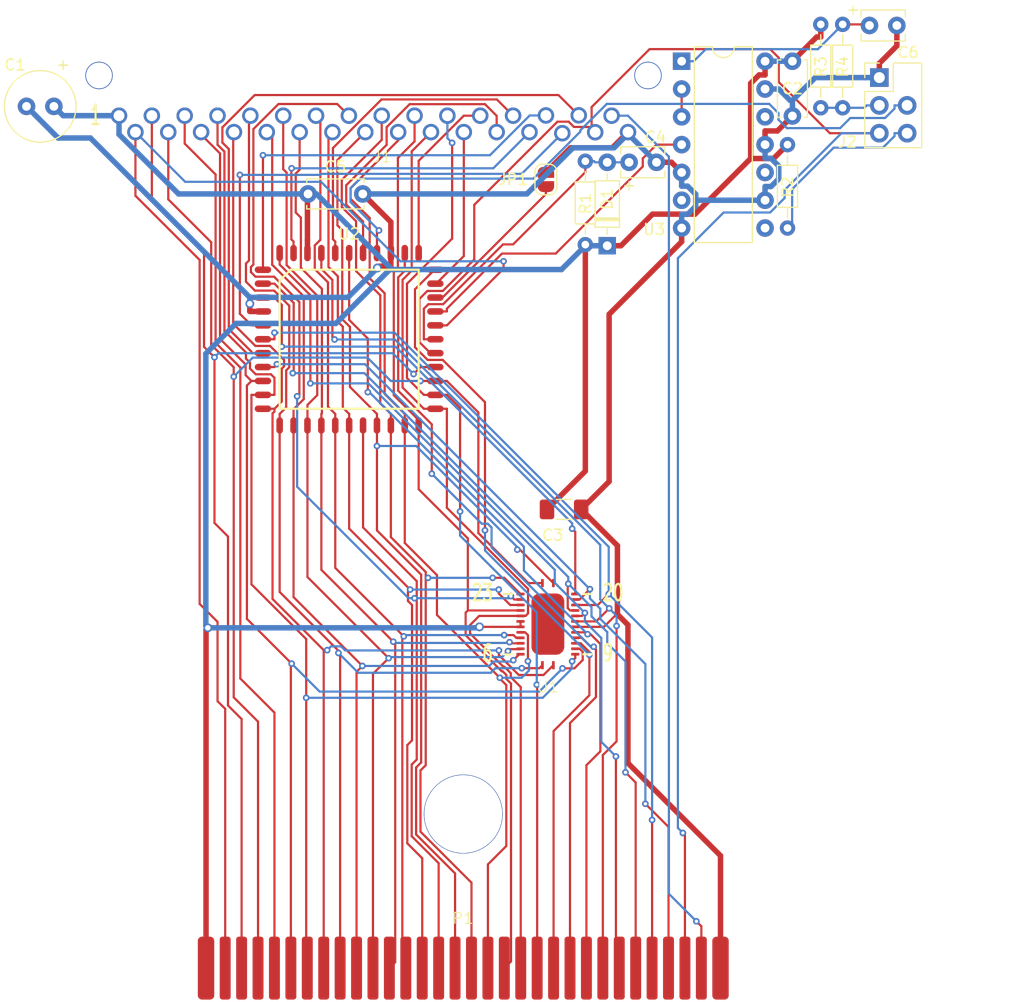
<source format=kicad_pcb>
(kicad_pcb (version 20240108) (generator "pcbnew") (generator_version "8.0")
  (layers (0 "F.Cu" signal) (31 "B.Cu" signal) (34 "B.Paste" user) (35 "F.Paste" user) (36 "B.SilkS" user "B.Silkscreen") (37 "F.SilkS" user "F.Silkscreen") (38 "B.Mask" user) (39 "F.Mask" user) (44 "Edge.Cuts" user))
  (net 0 "")
  (net 1 "/VCC")
  (net 2 "/PwrGood")
  (net 3 "Net-(J2-Pin_5)")
  (net 4 "Net-(J2-Pin_2)")
  (net 5 "Net-(C6-Pad1)")
  (net 6 "/GND")
  (net 10 "Net-(U3-Pad2)")
  (net 12 "/On{slash}Off")
  (net 13 "/GND.Jumper")
  (net 14 "/A5")
  (net 15 "/A2")
  (net 16 "/D5.Sys")
  (net 17 "/D3.Sys")
  (net 18 "/A0")
  (net 19 "/D4.Sys")
  (net 20 "/D1.Sys")
  (net 21 "/D2.Sys")
  (net 22 "/D6.Sys")
  (net 23 "/A12")
  (net 24 "/A6")
  (net 25 "/A9")
  (net 26 "/A13")
  (net 27 "/A1")
  (net 28 "/A14")
  (net 29 "/A3")
  (net 30 "/~{EPROM.CE}")
  (net 31 "/A10")
  (net 32 "/A11")
  (net 33 "/A8")
  (net 34 "/A4")
  (net 35 "/~{READ}")
  (net 36 "/A7")
  (net 37 "/D7.Sys")
  (net 38 "/D0.Sys")
  (net 39 "/D7.Game")
  (net 40 "/D6.Game")
  (net 41 "/D4.Game")
  (net 42 "/D3.Game")
  (net 43 "/D5.Game")
  (net 44 "/A15")
  (net 45 "/Audio")
  (net 46 "/~{WRITE}")
  (net 47 "/~{Reset}")
  (net 48 "/Clk")
  (net 49 "/~{CS}")
  (net 50 "/D1.Game")
  (net 51 "/D0.Game")
  (net 52 "/D2.Game")
  (net 53 "/LED")
  (footprint "Resistor_THT:R_Axial_DIN0204_L3.6mm_D1.6mm_P7.62mm_Horizontal" (layer "F.Cu") (at 154.17 59.315 90)
    (property "Reference" "R2")
    (property "Value" "3.3K Ohm")
  )
  (footprint "GameGenie:iMP PLD" (layer "F.Cu") (at 114.125 69.475)
    (property "Reference" "U2")
    (property "Value" "~")
  )
  (footprint "Capacitor_THT:C_Disc_D3.8mm_W2.6mm_P2.50mm" (layer "F.Cu") (at 139.7 53.31)
    (property "Reference" "C4")
    (property "Value" "1uF 10v")
  )
  (footprint "Diode_THT:D_DO-35_SOD27_P7.62mm_Horizontal" (layer "F.Cu") (at 137.7 60.93 90)
    (property "Reference" "D1")
    (property "Value" "D_Filled")
  )
  (footprint "GameGenie:Drill Hole" (layer "F.Cu") (at 124.55 112.85)
    (property "Reference" "Hole" (hide yes))
    (property "Value" "Drill Hole")
  )
  (footprint "Package_DIP:DIP-14_W7.62mm" (layer "F.Cu") (at 144.5 44.075)
    (property "Reference" "U3")
    (property "Value" "74HC14")
  )
  (footprint "Capacitor_THT:C_Disc_D5.0mm_W2.5mm_P5.00mm" (layer "F.Cu") (at 110.37 56.2)
    (property "Reference" "C5")
    (property "Value" "100 nF")
  )
  (footprint "GameGenie:Edge Connector" (layer "F.Cu") (at 124.55 126.925)
    (property "Reference" "P1")
    (property "Value" "Cart_Edge_Connector")
  )
  (footprint "GameGenie:Cartridge Connector" (layer "F.Cu") (at 116.35 49.8)
    (property "Reference" "J1")
    (property "Value" "Game_Edge_Connector")
  )
  (footprint "Resistor_THT:R_Axial_DIN0204_L3.6mm_D1.6mm_P7.62mm_Horizontal" (layer "F.Cu") (at 159.21 48.33 90)
    (property "Reference" "R4")
    (property "Value" "10K Ohm")
  )
  (footprint "Jumper:SolderJumper-2_P1.3mm_Open_RoundedPad1.0x1.5mm" (layer "F.Cu") (at 132.1 54.88 90)
    (property "Reference" "JP1")
    (property "Value" "Jumper_2_Bridged")
  )
  (footprint "Capacitor_THT:C_Radial_D6.3mm_H5.0mm_P2.50mm" (layer "F.Cu") (at 87.15 48.2 180)
    (property "Reference" "C1")
    (property "Value" "47uF 10v")
  )
  (footprint "GameGenie:iMP EPROM" (layer "F.Cu") (at 132.28 95.5)
    (property "Reference" "U1")
    (property "Value" "~")
  )
  (footprint "Capacitor_THT:C_Disc_D3.8mm_W2.6mm_P2.50mm" (layer "F.Cu") (at 161.66 40.81)
    (property "Reference" "C6")
    (property "Value" "1uF 10v")
  )
  (footprint "Resistor_THT:R_Axial_DIN0204_L3.6mm_D1.6mm_P7.62mm_Horizontal" (layer "F.Cu") (at 157.21 48.33 90)
    (property "Reference" "R3")
    (property "Value" "10K Ohm")
  )
  (footprint "Capacitor_SMD:C_1206_3216Metric_Pad1.33x1.80mm_HandSolder" (layer "F.Cu") (at 133.76 85.02)
    (property "Reference" "C3")
    (property "Value" "100 nF")
  )
  (footprint "Connector_PinHeader_2.54mm:PinHeader_2x03_P2.54mm_Vertical" (layer "F.Cu") (at 162.56 45.57)
    (property "Reference" "J2")
    (property "Value" "Conn_02x03_Counter_Clockwise")
  )
  (footprint "Resistor_THT:R_Axial_DIN0204_L3.6mm_D1.6mm_P7.62mm_Horizontal" (layer "F.Cu") (at 135.7 60.83 90)
    (property "Reference" "R1")
    (property "Value" "10K Ohm")
  )
  (footprint "Capacitor_THT:C_Disc_D5.0mm_W2.5mm_P5.00mm" (layer "F.Cu") (at 154.62 49.075 90)
    (property "Reference" "C2")
    (property "Value" "100 nF")
  )
  (gr_arc (start 144.5 62.95) (mid 145.012563 61.712563) (end 146.25 61.2) (stroke (width 0.002)) (layer "Edge.Cuts"))
  (gr_line (start 82.25 38.7) (end 82.25 51.7) (stroke (width 0.002)) (layer "Edge.Cuts"))
  (gr_line (start 92.75 55.7) (end 92.75 61.2) (stroke (width 0.002)) (layer "Edge.Cuts"))
  (gr_line (start 156 61.2) (end 146.25 61.2) (stroke (width 0.002)) (layer "Edge.Cuts"))
  (gr_line (start 156 56.45) (end 156 61.2) (stroke (width 0.002)) (layer "Edge.Cuts"))
  (gr_line (start 167.25 38.7) (end 167.25 52.45) (stroke (width 0.002)) (layer "Edge.Cuts"))
  (gr_line (start 167.25 38.7) (end 155.25 38.7) (stroke (width 0.002)) (layer "Edge.Cuts"))
  (gr_arc (start 98.25 61.2) (mid 99.487437 61.712563) (end 100 62.95) (stroke (width 0.002)) (layer "Edge.Cuts"))
  (gr_line (start 144.5 104.993474) (end 144.5 62.95) (stroke (width 0.002)) (layer "Edge.Cuts"))
  (gr_line (start 167.25 52.45) (end 160 52.45) (stroke (width 0.002)) (layer "Edge.Cuts"))
  (gr_line (start 149.1 130) (end 149.1 111) (stroke (width 0.002)) (layer "Edge.Cuts"))
  (gr_line (start 98.25 61.2) (end 92.75 61.2) (stroke (width 0.002)) (layer "Edge.Cuts"))
  (gr_arc (start 94.9 42.2) (mid 93.662563 41.687437) (end 93.15 40.45) (stroke (width 0.002)) (layer "Edge.Cuts"))
  (gr_line (start 88.75 51.7) (end 82.25 51.7) (stroke (width 0.002)) (layer "Edge.Cuts"))
  (gr_line (start 155.25 38.7) (end 155.25 40.45) (stroke (width 0.002)) (layer "Edge.Cuts"))
  (gr_arc (start 156 56.45) (mid 157.171573 53.621573) (end 160 52.45) (stroke (width 0.002)) (layer "Edge.Cuts"))
  (gr_arc (start 149.100001 110.999999) (mid 145.98883 108.617958) (end 144.5 104.993474) (stroke (width 0.002)) (layer "Edge.Cuts"))
  (gr_line (start 93.15 38.7) (end 82.25 38.7) (stroke (width 0.002)) (layer "Edge.Cuts"))
  (gr_line (start 153.5 42.2) (end 94.9 42.2) (stroke (width 0.002)) (layer "Edge.Cuts"))
  (gr_line (start 93.15 38.7) (end 93.15 40.45) (stroke (width 0.002)) (layer "Edge.Cuts"))
  (gr_line (start 100 130) (end 149.1 130) (stroke (width 0.002)) (layer "Edge.Cuts"))
  (gr_arc (start 88.75 51.7) (mid 91.578427 52.871573) (end 92.75 55.7) (stroke (width 0.002)) (layer "Edge.Cuts"))
  (gr_arc (start 155.25 40.45) (mid 154.737437 41.687437) (end 153.5 42.2) (stroke (width 0.002)) (layer "Edge.Cuts"))
  (gr_line (start 100 130) (end 100 62.95) (stroke (width 0.002)) (layer "Edge.Cuts"))
  (gr_text "+" (at 139.71 55.39 0) (layer "F.SilkS") (effects (font (size 1 1))))
  (gr_text "+" (at 88 44.36 0) (layer "F.SilkS") (effects (font (size 1 1))))
  (gr_text "+" (at 160.18 39.33 0) (layer "F.SilkS") (effects (font (size 1 1))))
  (segment (start 110.315 61.6) (end 110.315 60.3983) (width 0.5) (layer "F.Cu") (net 1))
  (segment (start 145.7233 58.045) (end 150.8033 52.965) (width 0.5) (layer "F.Cu") (net 1))
  (segment (start 101.05 126.925) (end 101.05 95.9965) (width 0.5) (layer "F.Cu") (net 1))
  (segment (start 138.9517 60.93) (end 141.8367 58.045) (width 0.5) (layer "F.Cu") (net 1))
  (segment (start 157.21 40.71) (end 157.21 41.8617) (width 0.5) (layer "F.Cu") (net 1))
  (segment (start 152.9 52.965) (end 154.17 51.695) (width 0.5) (layer "F.Cu") (net 1))
  (segment (start 151.5756 45.3267) (end 152.12 45.3267) (width 0.5) (layer "F.Cu") (net 1))
  (segment (start 156.8333 41.8617) (end 157.21 41.8617) (width 0.5) (layer "F.Cu") (net 1))
  (segment (start 129.78 95.75) (end 126.0309 95.75) (width 0.2) (layer "F.Cu") (net 1))
  (segment (start 135.7 81.5175) (end 132.1975 85.02) (width 0.5) (layer "F.Cu") (net 1))
  (segment (start 150.8033 52.965) (end 152.9 52.965) (width 0.5) (layer "F.Cu") (net 1))
  (segment (start 129.78 95.25) (end 129.78 95.75) (width 0.2) (layer "F.Cu") (net 1))
  (segment (start 110.315 60.3983) (end 110.315 56.255) (width 0.5) (layer "F.Cu") (net 1))
  (segment (start 135.7 60.83) (end 135.7 81.5175) (width 0.5) (layer "F.Cu") (net 1))
  (segment (start 150.8033 52.965) (end 150.8033 46.099) (width 0.5) (layer "F.Cu") (net 1))
  (segment (start 154.62 44.075) (end 156.8333 41.8617) (width 0.5) (layer "F.Cu") (net 1))
  (segment (start 101.05 95.9965) (end 101.2106 95.8359) (width 0.5) (layer "F.Cu") (net 1))
  (segment (start 152.12 44.075) (end 152.12 45.3267) (width 0.5) (layer "F.Cu") (net 1))
  (segment (start 110.315 56.255) (end 110.37 56.2) (width 0.5) (layer "F.Cu") (net 1))
  (segment (start 141.8367 58.045) (end 145.7233 58.045) (width 0.5) (layer "F.Cu") (net 1))
  (segment (start 150.8033 46.099) (end 151.5756 45.3267) (width 0.5) (layer "F.Cu") (net 1))
  (segment (start 137.7 60.93) (end 138.9517 60.93) (width 0.5) (layer "F.Cu") (net 1))
  (via (at 101.2106 95.8359) (size 0.8) (drill 0.5) (layers "F.Cu" "B.Cu") (net 1))
  (via (at 126.0309 95.75) (size 0.8) (drill 0.5) (layers "F.Cu" "B.Cu") (net 1))
  (segment (start 117.8376 62.897) (end 111.1406 56.2) (width 0.5) (layer "B.Cu") (net 1))
  (segment (start 101.0316 95.6569) (end 101.2106 95.8359) (width 0.5) (layer "B.Cu") (net 1))
  (segment (start 117.8376 63.1051) (end 112.9151 68.0276) (width 0.5) (layer "B.Cu") (net 1))
  (segment (start 112.9151 68.0276) (end 103.7896 68.0276) (width 0.5) (layer "B.Cu") (net 1))
  (segment (start 110.37 56.2) (end 98.5413 56.2) (width 0.5) (layer "B.Cu") (net 1))
  (segment (start 101.0316 70.7856) (end 101.0316 95.6569) (width 0.5) (layer "B.Cu") (net 1))
  (segment (start 125.945 95.8359) (end 126.0309 95.75) (width 0.5) (layer "B.Cu") (net 1))
  (segment (start 135.7 60.93) (end 135.7 60.83) (width 0.5) (layer "B.Cu") (net 1))
  (segment (start 117.8376 63.1051) (end 133.5249 63.1051) (width 0.5) (layer "B.Cu") (net 1))
  (segment (start 133.5249 63.1051) (end 135.7 60.93) (width 0.5) (layer "B.Cu") (net 1))
  (segment (start 103.7896 68.0276) (end 101.0316 70.7856) (width 0.5) (layer "B.Cu") (net 1))
  (segment (start 88 49.05) (end 87.15 48.2) (width 0.5) (layer "B.Cu") (net 1))
  (segment (start 137.7 60.93) (end 136.4483 60.93) (width 0.5) (layer "B.Cu") (net 1))
  (segment (start 93.1 50.7587) (end 93.1 49.05) (width 0.5) (layer "B.Cu") (net 1))
  (segment (start 98.5413 56.2) (end 93.1 50.7587) (width 0.5) (layer "B.Cu") (net 1))
  (segment (start 154.62 44.075) (end 152.12 44.075) (width 0.5) (layer "B.Cu") (net 1))
  (segment (start 101.2106 95.8359) (end 125.945 95.8359) (width 0.5) (layer "B.Cu") (net 1))
  (segment (start 111.1406 56.2) (end 110.37 56.2) (width 0.5) (layer "B.Cu") (net 1))
  (segment (start 117.8376 63.1051) (end 117.8376 62.897) (width 0.5) (layer "B.Cu") (net 1))
  (segment (start 93.1 49.05) (end 88 49.05) (width 0.5) (layer "B.Cu") (net 1))
  (segment (start 136.4483 60.93) (end 135.7 60.93) (width 0.5) (layer "B.Cu") (net 1))
  (segment (start 122.714 66.2712) (end 121.3628 66.2712) (width 0.2) (layer "F.Cu") (net 2))
  (segment (start 120.9483 66.6857) (end 120.9483 69.475) (width 0.2) (layer "F.Cu") (net 2))
  (segment (start 135.7 53.21) (end 135.7 54.2117) (width 0.2) (layer "F.Cu") (net 2))
  (segment (start 128.1758 60.8094) (end 122.714 66.2712) (width 0.2) (layer "F.Cu") (net 2))
  (segment (start 135.7 54.2117) (end 129.1023 60.8094) (width 0.2) (layer "F.Cu") (net 2))
  (segment (start 129.1023 60.8094) (end 128.1758 60.8094) (width 0.2) (layer "F.Cu") (net 2))
  (segment (start 122 69.475) (end 120.9483 69.475) (width 0.2) (layer "F.Cu") (net 2))
  (segment (start 121.3628 66.2712) (end 120.9483 66.6857) (width 0.2) (layer "F.Cu") (net 2))
  (segment (start 135.7 53.21) (end 136.4983 53.21) (width 0.2) (layer "B.Cu") (net 2))
  (segment (start 137.7 53.31) (end 139.7 53.31) (width 0.2) (layer "B.Cu") (net 2))
  (segment (start 137.7 53.31) (end 136.5983 53.31) (width 0.2) (layer "B.Cu") (net 2))
  (segment (start 136.4983 53.21) (end 136.5983 53.31) (width 0.2) (layer "B.Cu") (net 2))
  (segment (start 165.1 50.65) (end 163.9483 50.65) (width 0.2) (layer "B.Cu") (net 3))
  (segment (start 163.9483 50.9185) (end 163.9483 50.65) (width 0.2) (layer "B.Cu") (net 3))
  (segment (start 154.17 59.315) (end 154.5954 58.8896) (width 0.2) (layer "B.Cu") (net 3))
  (segment (start 154.5954 55.7582) (end 158.3836 51.97) (width 0.2) (layer "B.Cu") (net 3))
  (segment (start 158.3836 51.97) (end 162.8968 51.97) (width 0.2) (layer "B.Cu") (net 3))
  (segment (start 154.5954 58.8896) (end 154.5954 55.7582) (width 0.2) (layer "B.Cu") (net 3))
  (segment (start 162.8968 51.97) (end 163.9483 50.9185) (width 0.2) (layer "B.Cu") (net 3))
  (segment (start 157.21 48.33) (end 159.21 48.33) (width 0.2) (layer "B.Cu") (net 4))
  (segment (start 162.56 48.11) (end 161.4083 48.11) (width 0.2) (layer "B.Cu") (net 4))
  (segment (start 161.1883 48.33) (end 161.4083 48.11) (width 0.2) (layer "B.Cu") (net 4))
  (segment (start 159.21 48.33) (end 161.1883 48.33) (width 0.2) (layer "B.Cu") (net 4))
  (segment (start 159.21 40.71) (end 161.56 40.71) (width 0.2) (layer "F.Cu") (net 5))
  (segment (start 161.56 40.71) (end 161.66 40.81) (width 0.2) (layer "F.Cu") (net 5))
  (segment (start 144.5 44.075) (end 145.6017 44.075) (width 0.2) (layer "B.Cu") (net 5))
  (segment (start 146.7034 42.9733) (end 156.9467 42.9733) (width 0.2) (layer "B.Cu") (net 5))
  (segment (start 145.6017 44.075) (end 146.7034 42.9733) (width 0.2) (layer "B.Cu") (net 5))
  (segment (start 156.9467 42.9733) (end 159.21 40.71) (width 0.2) (layer "B.Cu") (net 5))
  (segment (start 152.12 51.695) (end 152.12 50.4433) (width 0.5) (layer "F.Cu") (net 6))
  (segment (start 148.05 116.6571) (end 139.5942 108.2013) (width 0.5) (layer "F.Cu") (net 6))
  (segment (start 143.575 53.31) (end 144.5 54.235) (width 0.5) (layer "F.Cu") (net 6))
  (segment (start 135.3225 85.02) (end 137.875 82.4675) (width 0.5) (layer "F.Cu") (net 6))
  (segment (start 152.12 50.4433) (end 153.2517 50.4433) (width 0.5) (layer "F.Cu") (net 6))
  (segment (start 164.16 42.6683) (end 164.16 40.81) (width 0.5) (layer "F.Cu") (net 6))
  (segment (start 117.935 58.765) (end 117.935 61.6) (width 0.5) (layer "F.Cu") (net 6))
  (segment (start 115.37 56.2) (end 117.935 58.765) (width 0.5) (layer "F.Cu") (net 6))
  (segment (start 138.6326 94.5174) (end 138.589 94.561) (width 0.5) (layer "F.Cu") (net 6))
  (segment (start 139.5942 95.5662) (end 138.589 94.561) (width 0.5) (layer "F.Cu") (net 6))
  (segment (start 117.935 62.8017) (end 116.8632 62.8017) (width 0.5) (layer "F.Cu") (net 6))
  (segment (start 116.8632 62.8017) (end 116.7005 62.9644) (width 0.5) (layer "F.Cu") (net 6))
  (segment (start 138.165 51.985) (end 139.6 50.55) (width 0.5) (layer "F.Cu") (net 6))
  (segment (start 138.6326 88.3301) (end 138.6326 94.5174) (width 0.5) (layer "F.Cu") (net 6))
  (segment (start 144.5 60.5667) (end 144.5 59.315) (width 0.5) (layer "F.Cu") (net 6))
  (segment (start 135.3225 85.02) (end 138.6326 88.3301) (width 0.5) (layer "F.Cu") (net 6))
  (segment (start 162.56 44.2683) (end 164.16 42.6683) (width 0.5) (layer "F.Cu") (net 6))
  (segment (start 162.56 45.57) (end 162.56 44.2683) (width 0.5) (layer "F.Cu") (net 6))
  (segment (start 139.5942 108.2013) (end 139.5942 95.5662) (width 0.5) (layer "F.Cu") (net 6))
  (segment (start 137.875 82.4675) (end 137.875 67.1917) (width 0.5) (layer "F.Cu") (net 6))
  (segment (start 117.935 61.6) (end 117.935 62.8017) (width 0.5) (layer "F.Cu") (net 6))
  (segment (start 106.25 66.935) (end 105.0483 66.935) (width 0.5) (layer "F.Cu") (net 6))
  (segment (start 105.0483 66.935) (end 105.0483 66.2275) (width 0.5) (layer "F.Cu") (net 6))
  (segment (start 153.2517 50.4433) (end 154.62 49.075) (width 0.5) (layer "F.Cu") (net 6))
  (segment (start 134.345 51.985) (end 138.165 51.985) (width 0.5) (layer "F.Cu") (net 6))
  (segment (start 142.2 53.31) (end 143.575 53.31) (width 0.5) (layer "F.Cu") (net 6))
  (segment (start 132.1 54.23) (end 134.345 51.985) (width 0.5) (layer "F.Cu") (net 6))
  (segment (start 137.875 67.1917) (end 144.5 60.5667) (width 0.5) (layer "F.Cu") (net 6))
  (segment (start 148.05 126.925) (end 148.05 116.6571) (width 0.5) (layer "F.Cu") (net 6))
  (segment (start 137.4 95.75) (end 138.589 94.561) (width 0.2) (layer "F.Cu") (net 6))
  (segment (start 134.78 95.75) (end 137.4 95.75) (width 0.2) (layer "F.Cu") (net 6))
  (via (at 105.0483 66.2275) (size 0.8) (drill 0.5) (layers "F.Cu" "B.Cu") (net 6))
  (via (at 116.7005 62.9644) (size 0.8) (drill 0.5) (layers "F.Cu" "B.Cu") (net 6))
  (segment (start 145.0444 55.4867) (end 144.5 55.4867) (width 0.5) (layer "B.Cu") (net 6))
  (segment (start 154.62 49.075) (end 154.62 47.6502) (width 0.5) (layer "B.Cu") (net 6))
  (segment (start 153.3731 53.6554) (end 152.6644 52.9467) (width 0.5) (layer "B.Cu") (net 6))
  (segment (start 156.7002 45.57) (end 161.2583 45.57) (width 0.5) (layer "B.Cu") (net 6))
  (segment (start 152.6644 52.9467) (end 152.12 52.9467) (width 0.5) (layer "B.Cu") (net 6))
  (segment (start 144.5 54.235) (end 144.5 55.4867) (width 0.5) (layer "B.Cu") (net 6))
  (segment (start 145.7898 56.775) (end 145.7898 56.2321) (width 0.5) (layer "B.Cu") (net 6))
  (segment (start 87.54 51.09) (end 90.4893 51.09) (width 0.5) (layer "B.Cu") (net 6))
  (segment (start 145.7898 57.3211) (end 145.7898 56.775) (width 0.5) (layer "B.Cu") (net 6))
  (segment (start 139.6 50.71) (end 139.6 50.55) (width 0.5) (layer "B.Cu") (net 6))
  (segment (start 90.4893 51.09) (end 105.0483 65.649) (width 0.5) (layer "B.Cu") (net 6))
  (segment (start 130.3572 56.2) (end 115.37 56.2) (width 0.5) (layer "B.Cu") (net 6))
  (segment (start 145.7898 56.2321) (end 145.0444 55.4867) (width 0.5) (layer "B.Cu") (net 6))
  (segment (start 153.3731 54.8178) (end 153.3731 53.6554) (width 0.5) (layer "B.Cu") (net 6))
  (segment (start 138.3251 51.9849) (end 134.5723 51.9849) (width 0.5) (layer "B.Cu") (net 6))
  (segment (start 145.0476 58.0633) (end 145.7898 57.3211) (width 0.5) (layer "B.Cu") (net 6))
  (segment (start 152.12 46.615) (end 153.3717 46.615) (width 0.5) (layer "B.Cu") (net 6))
  (segment (start 152.12 56.775) (end 150.8683 56.775) (width 0.5) (layer "B.Cu") (net 6))
  (segment (start 116.7005 62.9644) (end 114.0159 65.649) (width 0.5) (layer "B.Cu") (net 6))
  (segment (start 145.7898 56.775) (end 150.8683 56.775) (width 0.5) (layer "B.Cu") (net 6))
  (segment (start 162.56 45.57) (end 161.2583 45.57) (width 0.5) (layer "B.Cu") (net 6))
  (segment (start 142.2 53.31) (end 139.6 50.71) (width 0.5) (layer "B.Cu") (net 6))
  (segment (start 144.5 59.315) (end 144.5 58.0633) (width 0.5) (layer "B.Cu") (net 6))
  (segment (start 154.62 47.6502) (end 156.7002 45.57) (width 0.5) (layer "B.Cu") (net 6))
  (segment (start 114.0159 65.649) (end 105.0483 65.649) (width 0.5) (layer "B.Cu") (net 6))
  (segment (start 139.6 50.71) (end 138.3251 51.9849) (width 0.5) (layer "B.Cu") (net 6))
  (segment (start 154.62 47.6502) (end 154.4069 47.6502) (width 0.5) (layer "B.Cu") (net 6))
  (segment (start 154.4069 47.6502) (end 153.3717 46.615) (width 0.5) (layer "B.Cu") (net 6))
  (segment (start 152.12 51.695) (end 152.12 52.9467) (width 0.5) (layer "B.Cu") (net 6))
  (segment (start 134.5723 51.9849) (end 130.3572 56.2) (width 0.5) (layer "B.Cu") (net 6))
  (segment (start 152.6676 55.5233) (end 153.3731 54.8178) (width 0.5) (layer "B.Cu") (net 6))
  (segment (start 144.5 58.0633) (end 145.0476 58.0633) (width 0.5) (layer "B.Cu") (net 6))
  (segment (start 84.65 48.2) (end 87.54 51.09) (width 0.5) (layer "B.Cu") (net 6))
  (segment (start 152.12 55.5233) (end 152.6676 55.5233) (width 0.5) (layer "B.Cu") (net 6))
  (segment (start 152.12 56.775) (end 152.12 55.5233) (width 0.5) (layer "B.Cu") (net 6))
  (segment (start 105.0483 65.649) (end 105.0483 66.2275) (width 0.5) (layer "B.Cu") (net 6))
  (segment (start 144.5 46.615) (end 144.5 49.155) (width 0.2) (layer "F.Cu") (net 10))
  (segment (start 123.0517 66.935) (end 123.0517 66.6785) (width 0.2) (layer "F.Cu") (net 12))
  (segment (start 142.2044 51.695) (end 144.5 51.695) (width 0.2) (layer "F.Cu") (net 12))
  (segment (start 132.9931 61.6459) (end 140.95 53.689) (width 0.2) (layer "F.Cu") (net 12))
  (segment (start 128.0843 61.6459) (end 132.9931 61.6459) (width 0.2) (layer "F.Cu") (net 12))
  (segment (start 140.95 52.9494) (end 142.2044 51.695) (width 0.2) (layer "F.Cu") (net 12))
  (segment (start 122 66.935) (end 123.0517 66.935) (width 0.2) (layer "F.Cu") (net 12))
  (segment (start 140.95 53.689) (end 140.95 52.9494) (width 0.2) (layer "F.Cu") (net 12))
  (segment (start 123.0517 66.6785) (end 128.0843 61.6459) (width 0.2) (layer "F.Cu") (net 12))
  (segment (start 132.1 56.2115) (end 132.1 55.53) (width 0.2) (layer "F.Cu") (net 13))
  (segment (start 122.6465 65.665) (end 132.1 56.2115) (width 0.2) (layer "F.Cu") (net 13))
  (segment (start 122 65.665) (end 122.6465 65.665) (width 0.2) (layer "F.Cu") (net 13))
  (segment (start 108.1 53.9385) (end 108.41 54.2485) (width 0.2) (layer "F.Cu") (net 14))
  (segment (start 110.315 77.8758) (end 110.315 77.35) (width 0.2) (layer "F.Cu") (net 14))
  (segment (start 129.78 97.75) (end 129.7427 97.7873) (width 0.2) (layer "F.Cu") (net 14))
  (segment (start 110.315 91.1953) (end 110.315 78.4017) (width 0.2) (layer "F.Cu") (net 14))
  (segment (start 128.8108 97.7873) (end 128.6332 97.9649) (width 0.2) (layer "F.Cu") (net 14))
  (segment (start 111.2076 65.4901) (end 111.2076 74.5815) (width 0.2) (layer "F.Cu") (net 14))
  (segment (start 110.315 75.4741) (end 110.315 77.35) (width 0.2) (layer "F.Cu") (net 14))
  (segment (start 108.41 54.2485) (end 108.41 62.6925) (width 0.2) (layer "F.Cu") (net 14))
  (segment (start 117.7304 98.6107) (end 110.315 91.1953) (width 0.2) (layer "F.Cu") (net 14))
  (segment (start 108.41 62.6925) (end 111.2076 65.4901) (width 0.2) (layer "F.Cu") (net 14))
  (segment (start 116.3 100.0411) (end 116.3 126.925) (width 0.2) (layer "F.Cu") (net 14))
  (segment (start 129.7427 97.7873) (end 128.8108 97.7873) (width 0.2) (layer "F.Cu") (net 14))
  (segment (start 110.315 77.8758) (end 110.315 78.4017) (width 0.2) (layer "F.Cu") (net 14))
  (segment (start 108.1 49.05) (end 108.1 53.9385) (width 0.2) (layer "F.Cu") (net 14))
  (segment (start 111.2076 74.5815) (end 110.315 75.4741) (width 0.2) (layer "F.Cu") (net 14))
  (segment (start 117.7304 98.6107) (end 116.3 100.0411) (width 0.2) (layer "F.Cu") (net 14))
  (via (at 128.6332 97.9649) (size 0.6) (drill 0.3) (layers "F.Cu" "B.Cu") (net 14))
  (via (at 117.7304 98.6107) (size 0.6) (drill 0.3) (layers "F.Cu" "B.Cu") (net 14))
  (segment (start 128.0883 98.5098) (end 117.8313 98.5098) (width 0.2) (layer "B.Cu") (net 14))
  (segment (start 128.6332 97.9649) (end 128.0883 98.5098) (width 0.2) (layer "B.Cu") (net 14))
  (segment (start 117.8313 98.5098) (end 117.7304 98.6107) (width 0.2) (layer "B.Cu") (net 14))
  (segment (start 111.8 97.8771) (end 111.8 126.925) (width 0.2) (layer "F.Cu") (net 15))
  (segment (start 103.5328 68.0588) (end 103.5328 50.6172) (width 0.2) (layer "F.Cu") (net 15))
  (segment (start 111.8 97.8771) (end 107.1255 93.2026) (width 0.2) (layer "F.Cu") (net 15))
  (segment (start 107.3017 76.0743) (end 107.3017 75.825) (width 0.2) (layer "F.Cu") (net 15))
  (segment (start 107.9698 75.1569) (end 107.9698 72.1555) (width 0.2) (layer "F.Cu") (net 15))
  (segment (start 112.1192 97.8771) (end 111.8 97.8771) (width 0.2) (layer "F.Cu") (net 15))
  (segment (start 107.9698 72.1555) (end 108.1759 71.9494) (width 0.2) (layer "F.Cu") (net 15))
  (segment (start 129.6231 100.1461) (end 131.8839 100.1461) (width 0.2) (layer "F.Cu") (net 15))
  (segment (start 108.1759 71.9494) (end 108.1759 71.3627) (width 0.2) (layer "F.Cu") (net 15))
  (segment (start 127.8052 98.3282) (end 129.6231 100.1461) (width 0.2) (layer "F.Cu") (net 15))
  (segment (start 108.1759 71.3627) (end 106.8984 70.0852) (width 0.2) (layer "F.Cu") (net 15))
  (segment (start 127.8051 98.3282) (end 127.8052 98.3282) (width 0.2) (layer "F.Cu") (net 15))
  (segment (start 127.8051 97.9018) (end 127.8051 98.3282) (width 0.2) (layer "F.Cu") (net 15))
  (segment (start 106.8984 70.0852) (end 105.5592 70.0852) (width 0.2) (layer "F.Cu") (net 15))
  (segment (start 131.8839 100.1461) (end 132.78 99.25) (width 0.2) (layer "F.Cu") (net 15))
  (segment (start 103.5328 50.6172) (end 103.6 50.55) (width 0.2) (layer "F.Cu") (net 15))
  (segment (start 107.1255 76.2505) (end 107.3017 76.0743) (width 0.2) (layer "F.Cu") (net 15))
  (segment (start 107.1255 93.2026) (end 107.1255 76.2505) (width 0.2) (layer "F.Cu") (net 15))
  (segment (start 106.25 75.825) (end 107.3017 75.825) (width 0.2) (layer "F.Cu") (net 15))
  (segment (start 105.5592 70.0852) (end 103.5328 68.0588) (width 0.2) (layer "F.Cu") (net 15))
  (segment (start 107.3017 75.825) (end 107.9698 75.1569) (width 0.2) (layer "F.Cu") (net 15))
  (via (at 127.8051 97.9018) (size 0.6) (drill 0.3) (layers "F.Cu" "B.Cu") (net 15))
  (via (at 112.1192 97.8771) (size 0.6) (drill 0.3) (layers "F.Cu" "B.Cu") (net 15))
  (segment (start 127.8051 97.9018) (end 113.7662 97.9018) (width 0.2) (layer "B.Cu") (net 15))
  (segment (start 112.4647 97.5316) (end 112.1192 97.8771) (width 0.2) (layer "B.Cu") (net 15))
  (segment (start 113.7662 97.9018) (end 113.396 97.5316) (width 0.2) (layer "B.Cu") (net 15))
  (segment (start 113.396 97.5316) (end 112.4647 97.5316) (width 0.2) (layer "B.Cu") (net 15))
  (segment (start 139.3689 109.0391) (end 140.3 109.9702) (width 0.2) (layer "F.Cu") (net 16))
  (segment (start 134.78 94.25) (end 134.3168 94.25) (width 0.2) (layer "F.Cu") (net 16))
  (segment (start 140.3 109.9702) (end 140.3 126.925) (width 0.2) (layer "F.Cu") (net 16))
  (segment (start 134.3168 94.25) (end 134.0939 94.0271) (width 0.2) (layer "F.Cu") (net 16))
  (segment (start 134.0939 94.0271) (end 134.0939 91.8683) (width 0.2) (layer "F.Cu") (net 16))
  (segment (start 106.25 64.395) (end 107.3017 64.395) (width 0.2) (layer "F.Cu") (net 16))
  (segment (start 107.3017 64.395) (end 109.059 66.1523) (width 0.2) (layer "F.Cu") (net 16))
  (segment (start 109.059 72.4851) (end 108.9732 72.5709) (width 0.2) (layer "F.Cu") (net 16))
  (segment (start 134.0939 91.8683) (end 134.1431 91.8191) (width 0.2) (layer "F.Cu") (net 16))
  (segment (start 109.059 66.1523) (end 109.059 72.4851) (width 0.2) (layer "F.Cu") (net 16))
  (via (at 134.1431 91.8191) (size 0.6) (drill 0.3) (layers "F.Cu" "B.Cu") (net 16))
  (via (at 108.9732 72.5709) (size 0.6) (drill 0.3) (layers "F.Cu" "B.Cu") (net 16))
  (via (at 139.3689 109.0391) (size 0.6) (drill 0.3) (layers "F.Cu" "B.Cu") (net 16))
  (segment (start 108.9732 72.5709) (end 115.5148 72.5709) (width 0.2) (layer "B.Cu") (net 16))
  (segment (start 115.5148 72.5709) (end 134.1431 91.1992) (width 0.2) (layer "B.Cu") (net 16))
  (segment (start 137.7041 97.2464) (end 139.3689 98.9112) (width 0.2) (layer "B.Cu") (net 16))
  (segment (start 137.7041 96.2289) (end 137.7041 97.2464) (width 0.2) (layer "B.Cu") (net 16))
  (segment (start 136.2632 94.788) (end 137.7041 96.2289) (width 0.2) (layer "B.Cu") (net 16))
  (segment (start 134.1431 91.1992) (end 134.1431 91.8191) (width 0.2) (layer "B.Cu") (net 16))
  (segment (start 134.1431 91.8191) (end 136.2632 93.9392) (width 0.2) (layer "B.Cu") (net 16))
  (segment (start 136.2632 93.9392) (end 136.2632 94.788) (width 0.2) (layer "B.Cu") (net 16))
  (segment (start 139.3689 98.9112) (end 139.3689 109.0391) (width 0.2) (layer "B.Cu") (net 16))
  (segment (start 112.592 69.2953) (end 112.7921 69.4954) (width 0.2) (layer "F.Cu") (net 17))
  (segment (start 111.585 62.6517) (end 111.585 63.0501) (width 0.2) (layer "F.Cu") (net 17))
  (segment (start 138.5552 106.208) (end 138.5552 95.6608) (width 0.2) (layer "F.Cu") (net 17))
  (segment (start 111.585 63.0501) (end 112.592 64.0571) (width 0.2) (layer "F.Cu") (net 17))
  (segment (start 136.6952 95.25) (end 137.8826 94.0626) (width 0.2) (layer "F.Cu") (net 17))
  (segment (start 111.585 61.6) (end 111.585 62.6517) (width 0.2) (layer "F.Cu") (net 17))
  (segment (start 112.592 64.0571) (end 112.592 69.2953) (width 0.2) (layer "F.Cu") (net 17))
  (segment (start 137.3 126.925) (end 137.3 107.4632) (width 0.2) (layer "F.Cu") (net 17))
  (segment (start 137.3 107.4632) (end 138.5552 106.208) (width 0.2) (layer "F.Cu") (net 17))
  (segment (start 134.78 95.25) (end 136.6952 95.25) (width 0.2) (layer "F.Cu") (net 17))
  (via (at 112.7921 69.4954) (size 0.6) (drill 0.3) (layers "F.Cu" "B.Cu") (net 17))
  (via (at 137.8826 94.0626) (size 0.6) (drill 0.3) (layers "F.Cu" "B.Cu") (net 17))
  (via (at 138.5552 95.6608) (size 0.6) (drill 0.3) (layers "F.Cu" "B.Cu") (net 17))
  (segment (start 138.5551 95.6608) (end 138.5552 95.6608) (width 0.2) (layer "B.Cu") (net 17))
  (segment (start 137.0613 88.2638) (end 118.2929 69.4954) (width 0.2) (layer "B.Cu") (net 17))
  (segment (start 137.8826 94.0626) (end 137.0614 93.2414) (width 0.2) (layer "B.Cu") (net 17))
  (segment (start 138.5551 94.7351) (end 138.5551 95.6608) (width 0.2) (layer "B.Cu") (net 17))
  (segment (start 118.2929 69.4954) (end 112.7921 69.4954) (width 0.2) (layer "B.Cu") (net 17))
  (segment (start 137.0613 93.2414) (end 137.0613 88.2638) (width 0.2) (layer "B.Cu") (net 17))
  (segment (start 137.0614 93.2414) (end 137.0613 93.2414) (width 0.2) (layer "B.Cu") (net 17))
  (segment (start 137.8826 94.0626) (end 138.5551 94.7351) (width 0.2) (layer "B.Cu") (net 17))
  (segment (start 102.3277 52.4977) (end 100.6 50.77) (width 0.2) (layer "F.Cu") (net 18))
  (segment (start 105.1983 73.285) (end 104.6653 72.752) (width 0.2) (layer "F.Cu") (net 18))
  (segment (start 135.4624 98.0318) (end 135.4624 98.7816) (width 0.2) (layer "F.Cu") (net 18))
  (segment (start 135.4624 98.7816) (end 134.7049 99.5391) (width 0.2) (layer "F.Cu") (net 18))
  (segment (start 135.1806 97.75) (end 135.4624 98.0318) (width 0.2) (layer "F.Cu") (net 18))
  (segment (start 104.6653 71.7777) (end 102.3277 69.4401) (width 0.2) (layer "F.Cu") (net 18))
  (segment (start 100.6 50.77) (end 100.6 50.55) (width 0.2) (layer "F.Cu") (net 18))
  (segment (start 108.8713 99.1071) (end 104.7845 95.0203) (width 0.2) (layer "F.Cu") (net 18))
  (segment (start 108.8 99.1784) (end 108.8713 99.1071) (width 0.2) (layer "F.Cu") (net 18))
  (segment (start 133.6162 99.5391) (end 133.6162 99.5392) (width 0.2) (layer "F.Cu") (net 18))
  (segment (start 134.7049 99.5391) (end 133.6162 99.5391) (width 0.2) (layer "F.Cu") (net 18))
  (segment (start 104.6653 72.752) (end 104.6653 71.7777) (width 0.2) (layer "F.Cu") (net 18))
  (segment (start 108.8 126.925) (end 108.8 99.1784) (width 0.2) (layer "F.Cu") (net 18))
  (segment (start 104.7845 95.0203) (end 104.7845 73.6988) (width 0.2) (layer "F.Cu") (net 18))
  (segment (start 104.7845 73.6988) (end 105.1983 73.285) (width 0.2) (layer "F.Cu") (net 18))
  (segment (start 106.25 73.285) (end 105.1983 73.285) (width 0.2) (layer "F.Cu") (net 18))
  (segment (start 134.78 97.75) (end 135.1806 97.75) (width 0.2) (layer "F.Cu") (net 18))
  (segment (start 102.3277 69.4401) (end 102.3277 52.4977) (width 0.2) (layer "F.Cu") (net 18))
  (via (at 133.6162 99.5392) (size 0.6) (drill 0.3) (layers "F.Cu" "B.Cu") (net 18))
  (via (at 108.8713 99.1071) (size 0.6) (drill 0.3) (layers "F.Cu" "B.Cu") (net 18))
  (segment (start 108.8713 99.1071) (end 111.4275 101.6633) (width 0.2) (layer "B.Cu") (net 18))
  (segment (start 131.4921 101.6633) (end 133.6162 99.5392) (width 0.2) (layer "B.Cu") (net 18))
  (segment (start 111.4275 101.6633) (end 131.4921 101.6633) (width 0.2) (layer "B.Cu") (net 18))
  (segment (start 138.4955 126.6205) (end 138.4955 107.5898) (width 0.2) (layer "F.Cu") (net 19))
  (segment (start 135.3884 94.75) (end 135.6614 94.477) (width 0.2) (layer "F.Cu") (net 19))
  (segment (start 138.8 126.925) (end 138.4955 126.6205) (width 0.2) (layer "F.Cu") (net 19))
  (segment (start 110.5815 65.4582) (end 110.5815 73.5046) (width 0.2) (layer "F.Cu") (net 19))
  (segment (start 107.775 62.6517) (end 110.5815 65.4582) (width 0.2) (layer "F.Cu") (net 19))
  (segment (start 107.775 61.6) (end 107.775 62.6517) (width 0.2) (layer "F.Cu") (net 19))
  (segment (start 134.78 94.75) (end 135.3884 94.75) (width 0.2) (layer "F.Cu") (net 19))
  (via (at 110.5815 73.5046) (size 0.6) (drill 0.3) (layers "F.Cu" "B.Cu") (net 19))
  (via (at 135.6614 94.477) (size 0.6) (drill 0.3) (layers "F.Cu" "B.Cu") (net 19))
  (via (at 138.4955 107.5898) (size 0.6) (drill 0.3) (layers "F.Cu" "B.Cu") (net 19))
  (segment (start 115.8781 73.5046) (end 132.9087 90.5352) (width 0.2) (layer "B.Cu") (net 19))
  (segment (start 137.161 96.774) (end 135.6614 95.2744) (width 0.2) (layer "B.Cu") (net 19))
  (segment (start 138.4955 107.5898) (end 137.161 106.2553) (width 0.2) (layer "B.Cu") (net 19))
  (segment (start 135.6614 95.2744) (end 135.6614 94.477) (width 0.2) (layer "B.Cu") (net 19))
  (segment (start 110.5815 73.5046) (end 115.8781 73.5046) (width 0.2) (layer "B.Cu") (net 19))
  (segment (start 132.9087 91.7243) (end 135.6614 94.477) (width 0.2) (layer "B.Cu") (net 19))
  (segment (start 137.161 106.2553) (end 137.161 96.774) (width 0.2) (layer "B.Cu") (net 19))
  (segment (start 132.9087 90.5352) (end 132.9087 91.7243) (width 0.2) (layer "B.Cu") (net 19))
  (segment (start 121.672 77.2458) (end 118.6036 74.1774) (width 0.2) (layer "F.Cu") (net 20))
  (segment (start 118.6036 63.8212) (end 119.205 63.2198) (width 0.2) (layer "F.Cu") (net 20))
  (segment (start 121.672 81.7612) (end 121.672 77.2458) (width 0.2) (layer "F.Cu") (net 20))
  (segment (start 134.3 104.5378) (end 136.6714 102.1664) (width 0.2) (layer "F.Cu") (net 20))
  (segment (start 135.3835 96.75) (end 136.2229 97.5894) (width 0.2) (layer "F.Cu") (net 20))
  (segment (start 136.6714 102.1664) (end 136.6714 97.8133) (width 0.2) (layer "F.Cu") (net 20))
  (segment (start 136.6714 97.8133) (end 136.4475 97.5894) (width 0.2) (layer "F.Cu") (net 20))
  (segment (start 119.205 61.6) (end 119.205 62.6517) (width 0.2) (layer "F.Cu") (net 20))
  (segment (start 136.4667 97.5702) (end 136.4667 97.5655) (width 0.2) (layer "F.Cu") (net 20))
  (segment (start 136.4475 97.5894) (end 136.4667 97.5702) (width 0.2) (layer "F.Cu") (net 20))
  (segment (start 134.3 126.925) (end 134.3 104.5378) (width 0.2) (layer "F.Cu") (net 20))
  (segment (start 136.2229 97.5894) (end 136.4475 97.5894) (width 0.2) (layer "F.Cu") (net 20))
  (segment (start 134.78 96.75) (end 135.3835 96.75) (width 0.2) (layer "F.Cu") (net 20))
  (segment (start 119.205 63.2198) (end 119.205 62.6517) (width 0.2) (layer "F.Cu") (net 20))
  (segment (start 118.6036 74.1774) (end 118.6036 63.8212) (width 0.2) (layer "F.Cu") (net 20))
  (via (at 121.672 81.7612) (size 0.6) (drill 0.3) (layers "F.Cu" "B.Cu") (net 20))
  (via (at 136.4667 97.5655) (size 0.6) (drill 0.3) (layers "F.Cu" "B.Cu") (net 20))
  (segment (start 121.672 81.7612) (end 126.2386 86.3278) (width 0.2) (layer "B.Cu") (net 20))
  (segment (start 127.1358 86.6803) (end 127.1358 88.5023) (width 0.2) (layer "B.Cu") (net 20))
  (segment (start 136.199 97.5655) (end 136.4667 97.5655) (width 0.2) (layer "B.Cu") (net 20))
  (segment (start 127.1358 88.5023) (end 136.199 97.5655) (width 0.2) (layer "B.Cu") (net 20))
  (segment (start 126.7833 86.3278) (end 127.1358 86.6803) (width 0.2) (layer "B.Cu") (net 20))
  (segment (start 126.2386 86.3278) (end 126.7833 86.3278) (width 0.2) (layer "B.Cu") (net 20))
  (segment (start 136.1769 96.4201) (end 135.9044 96.4201) (width 0.2) (layer "F.Cu") (net 21))
  (segment (start 115.8283 69.4088) (end 114.125 67.7055) (width 0.2) (layer "F.Cu") (net 21))
  (segment (start 137.0731 97.3163) (end 136.1769 96.4201) (width 0.2) (layer "F.Cu") (net 21))
  (segment (start 115.8283 74.3084) (end 115.8283 69.4088) (width 0.2) (layer "F.Cu") (net 21))
  (segment (start 135.8 126.925) (end 135.8 108.3952) (width 0.2) (layer "F.Cu") (net 21))
  (segment (start 135.9044 96.4201) (end 135.7343 96.25) (width 0.2) (layer "F.Cu") (net 21))
  (segment (start 114.125 67.7055) (end 114.125 62.6517) (width 0.2) (layer "F.Cu") (net 21))
  (segment (start 135.7343 96.25) (end 134.78 96.25) (width 0.2) (layer "F.Cu") (net 21))
  (segment (start 135.8 108.3952) (end 137.0731 107.1221) (width 0.2) (layer "F.Cu") (net 21))
  (segment (start 114.125 61.6) (end 114.125 62.6517) (width 0.2) (layer "F.Cu") (net 21))
  (segment (start 137.0731 107.1221) (end 137.0731 97.3163) (width 0.2) (layer "F.Cu") (net 21))
  (via (at 115.8283 74.3084) (size 0.6) (drill 0.3) (layers "F.Cu" "B.Cu") (net 21))
  (via (at 135.9044 96.4201) (size 0.6) (drill 0.3) (layers "F.Cu" "B.Cu") (net 21))
  (segment (start 130.0882 90.6039) (end 135.9044 96.4201) (width 0.2) (layer "B.Cu") (net 21))
  (segment (start 115.8283 74.3084) (end 115.9671 74.3084) (width 0.2) (layer "B.Cu") (net 21))
  (segment (start 115.9671 74.3084) (end 130.0882 88.4295) (width 0.2) (layer "B.Cu") (net 21))
  (segment (start 130.0882 88.4295) (end 130.0882 90.6039) (width 0.2) (layer "B.Cu") (net 21))
  (segment (start 107.3017 68.8742) (end 107.3017 69.475) (width 0.2) (layer "F.Cu") (net 22))
  (segment (start 134.78 93.75) (end 136.8407 93.75) (width 0.2) (layer "F.Cu") (net 22))
  (segment (start 141.8 126.925) (end 141.8 113.3916) (width 0.2) (layer "F.Cu") (net 22))
  (segment (start 136.8407 93.75) (end 137.8368 92.7539) (width 0.2) (layer "F.Cu") (net 22))
  (segment (start 106.25 69.475) (end 107.3017 69.475) (width 0.2) (layer "F.Cu") (net 22))
  (via (at 141.8 113.3916) (size 0.6) (drill 0.3) (layers "F.Cu" "B.Cu") (net 22))
  (via (at 137.8368 92.7539) (size 0.6) (drill 0.3) (layers "F.Cu" "B.Cu") (net 22))
  (via (at 107.3017 68.8742) (size 0.6) (drill 0.3) (layers "F.Cu" "B.Cu") (net 22))
  (segment (start 141.8 96.7171) (end 141.8 113.3916) (width 0.2) (layer "B.Cu") (net 22))
  (segment (start 137.8368 88.4361) (end 118.2749 68.8742) (width 0.2) (layer "B.Cu") (net 22))
  (segment (start 118.2749 68.8742) (end 107.3017 68.8742) (width 0.2) (layer "B.Cu") (net 22))
  (segment (start 137.8368 92.7539) (end 141.8 96.7171) (width 0.2) (layer "B.Cu") (net 22))
  (segment (start 137.8368 92.7539) (end 137.8368 88.4361) (width 0.2) (layer "B.Cu") (net 22))
  (segment (start 118.6 51.3196) (end 118.6 50.55) (width 0.2) (layer "F.Cu") (net 23))
  (segment (start 115.9988 58.3868) (end 114.257 56.645) (width 0.2) (layer "F.Cu") (net 23))
  (segment (start 119.205 76.2983) (end 117.3682 74.4615) (width 0.2) (layer "F.Cu") (net 23))
  (segment (start 127.8886 100.3985) (end 122.1446 94.6545) (width 0.2) (layer "F.Cu") (net 23))
  (segment (start 122.1446 91.0212) (end 119.205 88.0816) (width 0.2) (layer "F.Cu") (net 23))
  (segment (start 117.3682 65.2771) (end 115.9988 63.9077) (width 0.2) (layer "F.Cu") (net 23))
  (segment (start 130.2021 96.25) (end 130.4569 96.5048) (width 0.2) (layer "F.Cu") (net 23))
  (segment (start 119.205 77.35) (end 119.205 76.2983) (width 0.2) (layer "F.Cu") (net 23))
  (segment (start 114.257 55.6626) (end 118.6 51.3196) (width 0.2) (layer "F.Cu") (net 23))
  (segment (start 129.78 96.25) (end 130.2021 96.25) (width 0.2) (layer "F.Cu") (net 23))
  (segment (start 127.8886 100.3985) (end 127.8886 100.4757) (width 0.2) (layer "F.Cu") (net 23))
  (segment (start 130.4569 96.5048) (end 130.4569 98.8859) (width 0.2) (layer "F.Cu") (net 23))
  (segment (start 115.9988 63.9077) (end 115.9988 58.3868) (width 0.2) (layer "F.Cu") (net 23))
  (segment (start 126.8 117.449) (end 126.8 126.925) (width 0.2) (layer "F.Cu") (net 23))
  (segment (start 114.257 56.645) (end 114.257 55.6626) (width 0.2) (layer "F.Cu") (net 23))
  (segment (start 128.4792 101.0663) (end 128.4792 115.7698) (width 0.2) (layer "F.Cu") (net 23))
  (segment (start 117.3682 74.4615) (end 117.3682 65.2771) (width 0.2) (layer "F.Cu") (net 23))
  (segment (start 122.1446 94.6545) (end 122.1446 91.0212) (width 0.2) (layer "F.Cu") (net 23))
  (segment (start 119.205 88.0816) (end 119.205 77.35) (width 0.2) (layer "F.Cu") (net 23))
  (segment (start 127.8886 100.4757) (end 128.4792 101.0663) (width 0.2) (layer "F.Cu") (net 23))
  (segment (start 128.4792 115.7698) (end 126.8 117.449) (width 0.2) (layer "F.Cu") (net 23))
  (via (at 127.8886 100.3985) (size 0.6) (drill 0.3) (layers "F.Cu" "B.Cu") (net 23))
  (via (at 130.4569 98.8859) (size 0.6) (drill 0.3) (layers "F.Cu" "B.Cu") (net 23))
  (segment (start 130.5539 98.9829) (end 130.4569 98.8859) (width 0.2) (layer "B.Cu") (net 23))
  (segment (start 129.8936 100.3985) (end 130.5539 99.7382) (width 0.2) (layer "B.Cu") (net 23))
  (segment (start 130.5539 99.7382) (end 130.5539 98.9829) (width 0.2) (layer "B.Cu") (net 23))
  (segment (start 127.8886 100.3985) (end 129.8936 100.3985) (width 0.2) (layer "B.Cu") (net 23))
  (segment (start 118.1547 97.1039) (end 111.585 90.5342) (width 0.2) (layer "F.Cu") (net 24))
  (segment (start 111.585 77.35) (end 111.585 76.2983) (width 0.2) (layer "F.Cu") (net 24))
  (segment (start 109.7133 62.9446) (end 111.6359 64.8672) (width 0.2) (layer "F.Cu") (net 24))
  (segment (start 111.585 90.5342) (end 111.585 77.35) (width 0.2) (layer "F.Cu") (net 24))
  (segment (start 111.6359 64.8672) (end 111.6359 76.2474) (width 0.2) (layer "F.Cu") (net 24))
  (segment (start 117.8 126.925) (end 118.3321 126.3929) (width 0.2) (layer "F.Cu") (net 24))
  (segment (start 118.3321 126.3929) (end 118.3321 97.2813) (width 0.2) (layer "F.Cu") (net 24))
  (segment (start 109.6 53.9756) (end 109.2465 54.3291) (width 0.2) (layer "F.Cu") (net 24))
  (segment (start 129.78 97.25) (end 128.8749 97.25) (width 0.2) (layer "F.Cu") (net 24))
  (segment (start 109.2465 57.8979) (end 109.7133 58.3647) (width 0.2) (layer "F.Cu") (net 24))
  (segment (start 109.2465 54.3291) (end 109.2465 57.8979) (width 0.2) (layer "F.Cu") (net 24))
  (segment (start 111.6359 76.2474) (end 111.585 76.2983) (width 0.2) (layer "F.Cu") (net 24))
  (segment (start 109.6 50.55) (end 109.6 53.9756) (width 0.2) (layer "F.Cu") (net 24))
  (segment (start 128.8749 97.25) (end 128.7747 97.1498) (width 0.2) (layer "F.Cu") (net 24))
  (segment (start 118.3321 97.2813) (end 118.1547 97.1039) (width 0.2) (layer "F.Cu") (net 24))
  (segment (start 109.7133 58.3647) (end 109.7133 62.9446) (width 0.2) (layer "F.Cu") (net 24))
  (via (at 118.1547 97.1039) (size 0.6) (drill 0.3) (layers "F.Cu" "B.Cu") (net 24))
  (via (at 128.7747 97.1498) (size 0.6) (drill 0.3) (layers "F.Cu" "B.Cu") (net 24))
  (segment (start 128.7064 97.2181) (end 128.7747 97.1498) (width 0.2) (layer "B.Cu") (net 24))
  (segment (start 118.2689 97.2181) (end 128.7064 97.2181) (width 0.2) (layer "B.Cu") (net 24))
  (segment (start 118.1547 97.1039) (end 118.2689 97.2181) (width 0.2) (layer "B.Cu") (net 24))
  (segment (start 113.0321 47.9821) (end 107.6679 47.9821) (width 0.2) (layer "F.Cu") (net 25))
  (segment (start 105.569 63.76) (end 107.2657 63.76) (width 0.2) (layer "F.Cu") (net 25))
  (segment (start 115.395 86.6671) (end 115.395 77.35) (width 0.2) (layer "F.Cu") (net 25))
  (segment (start 107.2657 63.76) (end 109.5765 66.0708) (width 0.2) (layer "F.Cu") (net 25))
  (segment (start 109.5765 66.0708) (end 109.5765 74.4837) (width 0.2) (layer "F.Cu") (net 25))
  (segment (start 120.2986 91.5707) (end 115.395 86.6671) (width 0.2) (layer "F.Cu") (net 25))
  (segment (start 105.3741 50.2759) (end 105.3741 62.6509) (width 0.2) (layer "F.Cu") (net 25))
  (segment (start 114.1 49.05) (end 113.0321 47.9821) (width 0.2) (layer "F.Cu") (net 25))
  (segment (start 122.3 126.925) (end 122.3 117.3375) (width 0.2) (layer "F.Cu") (net 25))
  (segment (start 119.8392 114.8767) (end 119.8392 108.3261) (width 0.2) (layer "F.Cu") (net 25))
  (segment (start 120.2986 93.1324) (end 120.2986 91.5707) (width 0.2) (layer "F.Cu") (net 25))
  (segment (start 120.2986 107.8667) (end 120.2986 93.1324) (width 0.2) (layer "F.Cu") (net 25))
  (segment (start 129.78 93.25) (end 129.2143 93.25) (width 0.2) (layer "F.Cu") (net 25))
  (segment (start 105.15 62.875) (end 105.15 63.341) (width 0.2) (layer "F.Cu") (net 25))
  (segment (start 105.3741 62.6509) (end 105.15 62.875) (width 0.2) (layer "F.Cu") (net 25))
  (segment (start 105.15 63.341) (end 105.569 63.76) (width 0.2) (layer "F.Cu") (net 25))
  (segment (start 122.3 117.3375) (end 119.8392 114.8767) (width 0.2) (layer "F.Cu") (net 25))
  (segment (start 107.6679 47.9821) (end 105.3741 50.2759) (width 0.2) (layer "F.Cu") (net 25))
  (segment (start 129.2143 93.25) (end 128.8989 92.9346) (width 0.2) (layer "F.Cu") (net 25))
  (segment (start 109.5765 74.4837) (end 109.3735 74.6867) (width 0.2) (layer "F.Cu") (net 25))
  (segment (start 119.8392 108.3261) (end 120.2986 107.8667) (width 0.2) (layer "F.Cu") (net 25))
  (segment (start 128.8989 92.9346) (end 128.8989 92.9362) (width 0.2) (layer "F.Cu") (net 25))
  (segment (start 120.2986 93.1324) (end 120.0985 93.1324) (width 0.2) (layer "F.Cu") (net 25))
  (via (at 128.8989 92.9362) (size 0.6) (drill 0.3) (layers "F.Cu" "B.Cu") (net 25))
  (via (at 120.0985 93.1324) (size 0.6) (drill 0.3) (layers "F.Cu" "B.Cu") (net 25))
  (via (at 109.3735 74.6867) (size 0.6) (drill 0.3) (layers "F.Cu" "B.Cu") (net 25))
  (segment (start 128.7027 93.1324) (end 128.8989 92.9362) (width 0.2) (layer "B.Cu") (net 25))
  (segment (start 119.555 93.1324) (end 109.3735 82.9509) (width 0.2) (layer "B.Cu") (net 25))
  (segment (start 109.3735 82.9509) (end 109.3735 74.6867) (width 0.2) (layer "B.Cu") (net 25))
  (segment (start 120.0985 93.1324) (end 119.555 93.1324) (width 0.2) (layer "B.Cu") (net 25))
  (segment (start 120.0985 93.1324) (end 128.7027 93.1324) (width 0.2) (layer "B.Cu") (net 25))
  (segment (start 120.475 77.35) (end 120.475 78.4017) (width 0.2) (layer "F.Cu") (net 26))
  (segment (start 118.5761 62.9676) (end 118.5761 52.9196) (width 0.2) (layer "F.Cu") (net 26))
  (segment (start 120.475 77.35) (end 120.475 76.8583) (width 0.2) (layer "F.Cu") (net 26))
  (segment (start 128.9114 126.3136) (end 128.9114 100.9305) (width 0.2) (layer "F.Cu") (net 26))
  (segment (start 128.4903 100.1493) (end 128.1378 99.7968) (width 0.2) (layer "F.Cu") (net 26))
  (segment (start 120.4751 78.4017) (end 120.475 78.4017) (width 0.2) (layer "F.Cu") (net 26))
  (segment (start 128.3 126.925) (end 128.9114 126.3136) (width 0.2) (layer "F.Cu") (net 26))
  (segment (start 124.766 94.4509) (end 124.9669 94.25) (width 0.2) (layer "F.Cu") (net 26))
  (segment (start 124.766 96.5151) (end 124.766 94.4509) (width 0.2) (layer "F.Cu") (net 26))
  (segment (start 128.1378 99.7968) (end 128.0477 99.7968) (width 0.2) (layer "F.Cu") (net 26))
  (segment (start 124.9669 87.6672) (end 120.4751 83.1754) (width 0.2) (layer "F.Cu") (net 26))
  (segment (start 128.0477 99.7968) (end 124.766 96.5151) (width 0.2) (layer "F.Cu") (net 26))
  (segment (start 128.4903 100.5094) (end 128.4903 100.1493) (width 0.2) (layer "F.Cu") (net 26))
  (segment (start 128.9114 100.9305) (end 128.4903 100.5094) (width 0.2) (layer "F.Cu") (net 26))
  (segment (start 118.5761 52.9196) (end 120.1 51.3957) (width 0.2) (layer "F.Cu") (net 26))
  (segment (start 120.1 51.3957) (end 120.1 49.05) (width 0.2) (layer "F.Cu") (net 26))
  (segment (start 124.9669 94.25) (end 129.78 94.25) (width 0.2) (layer "F.Cu") (net 26))
  (segment (start 120.475 76.8583) (end 118.2019 74.5852) (width 0.2) (layer "F.Cu") (net 26))
  (segment (start 124.9669 94.25) (end 124.9669 87.6672) (width 0.2) (layer "F.Cu") (net 26))
  (segment (start 118.2019 74.5852) (end 118.2019 63.3418) (width 0.2) (layer "F.Cu") (net 26))
  (segment (start 120.4751 83.1754) (end 120.4751 78.4017) (width 0.2) (layer "F.Cu") (net 26))
  (segment (start 118.2019 63.3418) (end 118.5761 62.9676) (width 0.2) (layer "F.Cu") (net 26))
  (segment (start 105.067 72.1528) (end 105.067 71.6114) (width 0.2) (layer "F.Cu") (net 27))
  (segment (start 104.6966 71.241) (end 104.6966 70.6792) (width 0.2) (layer "F.Cu") (net 27))
  (segment (start 106.25 74.555) (end 107.3017 74.555) (width 0.2) (layer "F.Cu") (net 27))
  (segment (start 110.2 126.825) (end 110.2 102.2289) (width 0.2) (layer "F.Cu") (net 27))
  (segment (start 104.6966 70.6792) (end 102.7294 68.712) (width 0.2) (layer "F.Cu") (net 27))
  (segment (start 110.2 102.2289) (end 110.2 96.865) (width 0.2) (layer "F.Cu") (net 27))
  (segment (start 102.1 51.7019) (end 102.1 49.05) (width 0.2) (layer "F.Cu") (net 27))
  (segment (start 134.78 98.25) (end 134.78 98.6066) (width 0.2) (layer "F.Cu") (net 27))
  (segment (start 105.1983 91.8633) (end 105.1983 74.555) (width 0.2) (layer "F.Cu") (net 27))
  (segment (start 107.3017 74.555) (end 107.3017 72.9971) (width 0.2) (layer "F.Cu") (net 27))
  (segment (start 134.78 98.6066) (end 134.4942 98.8924) (width 0.2) (layer "F.Cu") (net 27))
  (segment (start 105.067 71.6114) (end 104.6966 71.241) (width 0.2) (layer "F.Cu") (net 27))
  (segment (start 106.9797 72.6751) (end 105.5893 72.6751) (width 0.2) (layer "F.Cu") (net 27))
  (segment (start 110.3 126.925) (end 110.2 126.825) (width 0.2) (layer "F.Cu") (net 27))
  (segment (start 106.25 74.555) (end 105.1983 74.555) (width 0.2) (layer "F.Cu") (net 27))
  (segment (start 102.7294 68.712) (end 102.7294 52.3313) (width 0.2) (layer "F.Cu") (net 27))
  (segment (start 105.5893 72.6751) (end 105.067 72.1528) (width 0.2) (layer "F.Cu") (net 27))
  (segment (start 102.7294 52.3313) (end 102.1 51.7019) (width 0.2) (layer "F.Cu") (net 27))
  (segment (start 110.2 96.865) (end 105.1983 91.8633) (width 0.2) (layer "F.Cu") (net 27))
  (segment (start 107.3017 72.9971) (end 106.9797 72.6751) (width 0.2) (layer "F.Cu") (net 27))
  (via (at 134.4942 98.8924) (size 0.6) (drill 0.3) (layers "F.Cu" "B.Cu") (net 27))
  (via (at 110.2 102.2289) (size 0.6) (drill 0.3) (layers "F.Cu" "B.Cu") (net 27))
  (segment (start 131.8053 102.2289) (end 134.4533 99.5809) (width 0.2) (layer "B.Cu") (net 27))
  (segment (start 134.4534 98.9332) (end 134.4942 98.8924) (width 0.2) (layer "B.Cu") (net 27))
  (segment (start 110.2 102.2289) (end 131.8053 102.2289) (width 0.2) (layer "B.Cu") (net 27))
  (segment (start 134.4533 99.5809) (end 134.4533 98.9332) (width 0.2) (layer "B.Cu") (net 27))
  (segment (start 134.4533 98.9332) (end 134.4534 98.9332) (width 0.2) (layer "B.Cu") (net 27))
  (segment (start 123.0517 75.825) (end 123.0517 84.8706) (width 0.2) (layer "F.Cu") (net 28))
  (segment (start 119.0053 73.882) (end 119.0053 64.0423) (width 0.2) (layer "F.Cu") (net 28))
  (segment (start 128.892 100.3431) (end 128.892 99.983) (width 0.2) (layer "F.Cu") (net 28))
  (segment (start 128.892 99.983) (end 128.3041 99.3951) (width 0.2) (layer "F.Cu") (net 28))
  (segment (start 128.3041 99.3951) (end 128.2141 99.3951) (width 0.2) (layer "F.Cu") (net 28))
  (segment (start 119.84 63.2076) (end 119.84 52.31) (width 0.2) (layer "F.Cu") (net 28))
  (segment (start 121.936 75.825) (end 120.9483 75.825) (width 0.2) (layer "F.Cu") (net 28))
  (segment (start 123.0517 84.8706) (end 130.4662 92.2851) (width 0.2) (layer "F.Cu") (net 28))
  (segment (start 122 75.825) (end 123.0517 75.825) (width 0.2) (layer "F.Cu") (net 28))
  (segment (start 129.8 101.2511) (end 128.892 100.3431) (width 0.2) (layer "F.Cu") (net 28))
  (segment (start 128.2141 99.3951) (end 125.1677 96.3487) (width 0.2) (layer "F.Cu") (net 28))
  (segment (start 130.4662 92.2851) (end 130.4662 94.5225) (width 0.2) (layer "F.Cu") (net 28))
  (segment (start 121.936 75.825) (end 122 75.825) (width 0.2) (layer "F.Cu") (net 28))
  (segment (start 129.8 126.925) (end 129.8 101.2511) (width 0.2) (layer "F.Cu") (net 28))
  (segment (start 126.0019 94.75) (end 129.78 94.75) (width 0.2) (layer "F.Cu") (net 28))
  (segment (start 130.4662 94.5225) (end 130.2387 94.75) (width 0.2) (layer "F.Cu") (net 28))
  (segment (start 119.0053 64.0423) (end 119.84 63.2076) (width 0.2) (layer "F.Cu") (net 28))
  (segment (start 130.2387 94.75) (end 129.78 94.75) (width 0.2) (layer "F.Cu") (net 28))
  (segment (start 119.84 52.31) (end 121.6 50.55) (width 0.2) (layer "F.Cu") (net 28))
  (segment (start 125.1677 95.5842) (end 126.0019 94.75) (width 0.2) (layer "F.Cu") (net 28))
  (segment (start 120.9483 75.825) (end 119.0053 73.882) (width 0.2) (layer "F.Cu") (net 28))
  (segment (start 125.1677 96.3487) (end 125.1677 95.5842) (width 0.2) (layer "F.Cu") (net 28))
  (segment (start 108.6499 72.0434) (end 108.3715 72.3218) (width 0.2) (layer "F.Cu") (net 29))
  (segment (start 107.2687 65.03) (end 108.6499 66.4112) (width 0.2) (layer "F.Cu") (net 29))
  (segment (start 105.1 49.05) (end 104.9724 49.1776) (width 0.2) (layer "F.Cu") (net 29))
  (segment (start 104.9724 49.1776) (end 104.9724 62.2844) (width 0.2) (layer "F.Cu") (net 29))
  (segment (start 104.9724 62.2844) (end 104.6983 62.5585) (width 0.2) (layer "F.Cu") (net 29))
  (segment (start 107.775 92.5566) (end 107.775 77.35) (width 0.2) (layer "F.Cu") (net 29))
  (segment (start 113.1468 98.1333) (end 113.1468 97.9284) (width 0.2) (layer "F.Cu") (net 29))
  (segment (start 113.3 126.925) (end 113.3 98.2865) (width 0.2) (layer "F.Cu") (net 29))
  (segment (start 107.775 77.35) (end 107.775 76.2983) (width 0.2) (layer "F.Cu") (net 29))
  (segment (start 113.3 98.2865) (end 113.1468 98.1333) (width 0.2) (layer "F.Cu") (net 29))
  (segment (start 113.1468 97.9284) (end 107.775 92.5566) (width 0.2) (layer "F.Cu") (net 29))
  (segment (start 108.3715 72.3218) (end 108.3715 75.7018) (width 0.2) (layer "F.Cu") (net 29))
  (segment (start 105.513 65.03) (end 107.2687 65.03) (width 0.2) (layer "F.Cu") (net 29))
  (segment (start 104.6983 62.5585) (end 104.6983 64.2153) (width 0.2) (layer "F.Cu") (net 29))
  (segment (start 131.78 99.25) (end 131.505 99.525) (width 0.2) (layer "F.Cu") (net 29))
  (segment (start 108.6499 66.4112) (end 108.6499 72.0434) (width 0.2) (layer "F.Cu") (net 29))
  (segment (start 131.505 99.525) (end 129.8973 99.525) (width 0.2) (layer "F.Cu") (net 29))
  (segment (start 104.6983 64.2153) (end 105.513 65.03) (width 0.2) (layer "F.Cu") (net 29))
  (segment (start 108.3715 75.7018) (end 107.775 76.2983) (width 0.2) (layer "F.Cu") (net 29))
  (via (at 113.1468 98.1333) (size 0.6) (drill 0.3) (layers "F.Cu" "B.Cu") (net 29))
  (via (at 129.8973 99.525) (size 0.6) (drill 0.3) (layers "F.Cu" "B.Cu") (net 29))
  (segment (start 114.9563 99.9428) (end 113.1468 98.1333) (width 0.2) (layer "B.Cu") (net 29))
  (segment (start 129.8973 99.525) (end 127.4833 99.525) (width 0.2) (layer "B.Cu") (net 29))
  (segment (start 127.4833 99.525) (end 127.0655 99.9428) (width 0.2) (layer "B.Cu") (net 29))
  (segment (start 127.0655 99.9428) (end 114.9563 99.9428) (width 0.2) (layer "B.Cu") (net 29))
  (segment (start 106.25 65.665) (end 107.3017 65.665) (width 0.2) (layer "F.Cu") (net 30))
  (segment (start 134.78 92.75) (end 134.78 87.0617) (width 0.2) (layer "F.Cu") (net 30))
  (segment (start 107.9712 66.3345) (end 107.9712 70.1478) (width 0.2) (layer "F.Cu") (net 30))
  (segment (start 107.3017 65.665) (end 107.9712 66.3345) (width 0.2) (layer "F.Cu") (net 30))
  (segment (start 134.78 87.0617) (end 134.4982 86.7799) (width 0.2) (layer "F.Cu") (net 30))
  (via (at 107.9712 70.1478) (size 0.6) (drill 0.3) (layers "F.Cu" "B.Cu") (net 30))
  (via (at 134.4982 86.7799) (size 0.6) (drill 0.3) (layers "F.Cu" "B.Cu") (net 30))
  (segment (start 118.356 70.1478) (end 107.9712 70.1478) (width 0.2) (layer "B.Cu") (net 30))
  (segment (start 134.4982 86.29) (end 118.356 70.1478) (width 0.2) (layer "B.Cu") (net 30))
  (segment (start 134.4982 86.7799) (end 134.4982 86.29) (width 0.2) (layer "B.Cu") (net 30))
  (segment (start 113.0519 59.0671) (end 113.0519 53.0981) (width 0.2) (layer "F.Cu") (net 31))
  (segment (start 113.4931 59.5083) (end 113.0519 59.0671) (width 0.2) (layer "F.Cu") (net 31))
  (segment (start 120.7018 108.1381) (end 120.2409 108.599) (width 0.2) (layer "F.Cu") (net 31))
  (segment (start 120.7018 90.9767) (end 120.7018 108.1381) (width 0.2) (layer "F.Cu") (net 31))
  (segment (start 129.7251 88.6951) (end 129.4864 88.6951) (width 0.2) (layer "F.Cu") (net 31))
  (segment (start 113.0519 53.0981) (end 115.6 50.55) (width 0.2) (layer "F.Cu") (net 31))
  (segment (start 113.4931 67.6417) (end 113.4931 59.5083) (width 0.2) (layer "F.Cu") (net 31))
  (segment (start 116.665 77.35) (end 116.665 76.2983) (width 0.2) (layer "F.Cu") (net 31))
  (segment (start 116.665 76.2983) (end 114.1985 73.8318) (width 0.2) (layer "F.Cu") (net 31))
  (segment (start 114.1985 73.8318) (end 114.1985 68.3471) (width 0.2) (layer "F.Cu") (net 31))
  (segment (start 116.665 79.225) (end 116.665 86.9399) (width 0.2) (layer "F.Cu") (net 31))
  (segment (start 123.8 118.2694) (end 123.8 126.925) (width 0.2) (layer "F.Cu") (net 31))
  (segment (start 116.665 86.9399) (end 120.7018 90.9767) (width 0.2) (layer "F.Cu") (net 31))
  (segment (start 120.2409 114.7103) (end 123.8 118.2694) (width 0.2) (layer "F.Cu") (net 31))
  (segment (start 114.1985 68.3471) (end 113.4931 67.6417) (width 0.2) (layer "F.Cu") (net 31))
  (segment (start 116.665 79.225) (end 116.665 77.35) (width 0.2) (layer "F.Cu") (net 31))
  (segment (start 132.78 91.75) (end 129.7251 88.6951) (width 0.2) (layer "F.Cu") (net 31))
  (segment (start 120.2409 108.599) (end 120.2409 114.7103) (width 0.2) (layer "F.Cu") (net 31))
  (via (at 116.665 79.225) (size 0.6) (drill 0.3) (layers "F.Cu" "B.Cu") (net 31))
  (via (at 129.4864 88.6951) (size 0.6) (drill 0.3) (layers "F.Cu" "B.Cu") (net 31))
  (segment (start 129.4864 88.6951) (end 129.4864 88.4629) (width 0.2) (layer "B.Cu") (net 31))
  (segment (start 129.4864 88.4629) (end 120.2485 79.225) (width 0.2) (layer "B.Cu") (net 31))
  (segment (start 120.2485 79.225) (end 116.665 79.225) (width 0.2) (layer "B.Cu") (net 31))
  (segment (start 117.935 77.35) (end 117.935 76.2983) (width 0.2) (layer "F.Cu") (net 32))
  (segment (start 129.78 92.75) (end 128.3003 91.2703) (width 0.2) (layer "F.Cu") (net 32))
  (segment (start 114.7577 58.6945) (end 113.4536 57.3904) (width 0.2) (layer "F.Cu") (net 32))
  (segment (start 113.4536 57.3904) (end 113.4536 54.9106) (width 0.2) (layer "F.Cu") (net 32))
  (segment (start 117.1 51.2642) (end 117.1 49.05) (width 0.2) (layer "F.Cu") (net 32))
  (segment (start 116.9665 65.4583) (end 114.7577 63.2495) (width 0.2) (layer "F.Cu") (net 32))
  (segment (start 117.935 87.55) (end 121.1204 90.7354) (width 0.2) (layer "F.Cu") (net 32))
  (segment (start 121.1204 91.2703) (end 121.1204 108.3874) (width 0.2) (layer "F.Cu") (net 32))
  (segment (start 120.6426 114.4614) (end 125.3 119.1188) (width 0.2) (layer "F.Cu") (net 32))
  (segment (start 121.1204 108.3874) (end 120.6426 108.8652) (width 0.2) (layer "F.Cu") (net 32))
  (segment (start 116.9665 75.3298) (end 116.9665 65.4583) (width 0.2) (layer "F.Cu") (net 32))
  (segment (start 121.1204 90.7354) (end 121.1204 91.2703) (width 0.2) (layer "F.Cu") (net 32))
  (segment (start 121.3317 91.2703) (end 121.1204 91.2703) (width 0.2) (layer "F.Cu") (net 32))
  (segment (start 125.3 119.1188) (end 125.3 126.925) (width 0.2) (layer "F.Cu") (net 32))
  (segment (start 117.935 76.2983) (end 116.9665 75.3298) (width 0.2) (layer "F.Cu") (net 32))
  (segment (start 128.3003 91.2703) (end 127.2324 91.2703) (width 0.2) (layer "F.Cu") (net 32))
  (segment (start 117.935 77.35) (end 117.935 87.55) (width 0.2) (layer "F.Cu") (net 32))
  (segment (start 114.7577 63.2495) (end 114.7577 58.6945) (width 0.2) (layer "F.Cu") (net 32))
  (segment (start 120.6426 108.8652) (end 120.6426 114.4614) (width 0.2) (layer "F.Cu") (net 32))
  (segment (start 113.4536 54.9106) (end 117.1 51.2642) (width 0.2) (layer "F.Cu") (net 32))
  (via (at 127.2324 91.2703) (size 0.6) (drill 0.3) (layers "F.Cu" "B.Cu") (net 32))
  (via (at 121.3317 91.2703) (size 0.6) (drill 0.3) (layers "F.Cu" "B.Cu") (net 32))
  (segment (start 121.3317 91.2703) (end 127.2324 91.2703) (width 0.2) (layer "B.Cu") (net 32))
  (segment (start 113.5458 75.7191) (end 114.125 76.2983) (width 0.2) (layer "F.Cu") (net 33))
  (segment (start 119.4968 92.5418) (end 119.6968 92.3418) (width 0.2) (layer "F.Cu") (net 33))
  (segment (start 119.436 106.5508) (end 119.8664 106.1204) (width 0.2) (layer "F.Cu") (net 33))
  (segment (start 119.4968 93.3815) (end 119.4968 92.5418) (width 0.2) (layer "F.Cu") (net 33))
  (segment (start 127.7911 92.7055) (end 127.7911 92.3418) (width 0.2) (layer "F.Cu") (net 33))
  (segment (start 113.0914 67.8787) (end 113.5458 68.3331) (width 0.2) (layer "F.Cu") (net 33))
  (segment (start 120.8 116.8876) (end 119.436 115.5236) (width 0.2) (layer "F.Cu") (net 33))
  (segment (start 112.2354 62.8657) (end 113.0914 63.7217) (width 0.2) (layer "F.Cu") (net 33))
  (segment (start 113.5458 68.3331) (end 113.5458 75.7191) (width 0.2) (layer "F.Cu") (net 33))
  (segment (start 112.6 50.55) (end 112.2354 50.9146) (width 0.2) (layer "F.Cu") (net 33))
  (segment (start 128.8356 93.75) (end 127.7911 92.7055) (width 0.2) (layer "F.Cu") (net 33))
  (segment (start 119.6968 92.3418) (end 114.125 86.77) (width 0.2) (layer "F.Cu") (net 33))
  (segment (start 114.125 77.35) (end 114.125 76.2983) (width 0.2) (layer "F.Cu") (net 33))
  (segment (start 119.8664 106.1204) (end 119.8664 93.7511) (width 0.2) (layer "F.Cu") (net 33))
  (segment (start 114.125 86.77) (end 114.125 77.35) (width 0.2) (layer "F.Cu") (net 33))
  (segment (start 113.0914 63.7217) (end 113.0914 67.8787) (width 0.2) (layer "F.Cu") (net 33))
  (segment (start 119.8664 93.7511) (end 119.4968 93.3815) (width 0.2) (layer "F.Cu") (net 33))
  (segment (start 120.8 126.925) (end 120.8 116.8876) (width 0.2) (layer "F.Cu") (net 33))
  (segment (start 129.78 93.75) (end 128.8356 93.75) (width 0.2) (layer "F.Cu") (net 33))
  (segment (start 119.436 115.5236) (end 119.436 106.5508) (width 0.2) (layer "F.Cu") (net 33))
  (segment (start 112.2354 50.9146) (end 112.2354 62.8657) (width 0.2) (layer "F.Cu") (net 33))
  (via (at 127.7911 92.3418) (size 0.6) (drill 0.3) (layers "F.Cu" "B.Cu") (net 33))
  (via (at 119.6968 92.3418) (size 0.6) (drill 0.3) (layers "F.Cu" "B.Cu") (net 33))
  (segment (start 119.6968 92.3418) (end 127.7911 92.3418) (width 0.2) (layer "B.Cu") (net 33))
  (segment (start 109.9782 74.9427) (end 109.045 75.8759) (width 0.2) (layer "F.Cu") (net 34))
  (segment (start 114.8 99.8538) (end 115.3341 99.3197) (width 0.2) (layer "F.Cu") (net 34))
  (segment (start 129.78 98.25) (end 129.6683 98.25) (width 0.2) (layer "F.Cu") (net 34))
  (segment (start 114.8 126.925) (end 114.8 99.8538) (width 0.2) (layer "F.Cu") (net 34))
  (segment (start 115.3341 99.3197) (end 109.045 93.0306) (width 0.2) (layer "F.Cu") (net 34))
  (segment (start 107.0937 62.6677) (end 109.9782 65.5522) (width 0.2) (layer "F.Cu") (net 34))
  (segment (start 129.6683 98.25) (end 129.1232 98.7951) (width 0.2) (layer "F.Cu") (net 34))
  (segment (start 107.0937 51.0437) (end 107.0937 62.6677) (width 0.2) (layer "F.Cu") (net 34))
  (segment (start 109.045 93.0306) (end 109.045 77.35) (width 0.2) (layer "F.Cu") (net 34))
  (segment (start 109.9782 65.5522) (end 109.9782 74.9427) (width 0.2) (layer "F.Cu") (net 34))
  (segment (start 106.6 50.55) (end 107.0937 51.0437) (width 0.2) (layer "F.Cu") (net 34))
  (segment (start 109.045 75.8759) (end 109.045 77.35) (width 0.2) (layer "F.Cu") (net 34))
  (via (at 129.1232 98.7951) (size 0.6) (drill 0.3) (layers "F.Cu" "B.Cu") (net 34))
  (via (at 115.3341 99.3197) (size 0.6) (drill 0.3) (layers "F.Cu" "B.Cu") (net 34))
  (segment (start 129.0003 98.918) (end 127.3221 98.918) (width 0.2) (layer "B.Cu") (net 34))
  (segment (start 127.3221 98.918) (end 126.9204 99.3197) (width 0.2) (layer "B.Cu") (net 34))
  (segment (start 129.1232 98.7951) (end 129.0003 98.918) (width 0.2) (layer "B.Cu") (net 34))
  (segment (start 126.9204 99.3197) (end 115.3341 99.3197) (width 0.2) (layer "B.Cu") (net 34))
  (segment (start 103.5791 72.8915) (end 103.5791 102.1876) (width 0.2) (layer "F.Cu") (net 35))
  (segment (start 105.8 104.4085) (end 105.8 126.925) (width 0.2) (layer "F.Cu") (net 35))
  (segment (start 131.78 91.75) (end 130.5013 91.75) (width 0.2) (layer "F.Cu") (net 35))
  (segment (start 122 73.285) (end 120.6397 73.285) (width 0.2) (layer "F.Cu") (net 35))
  (segment (start 103.5791 72.0308) (end 103.5791 72.8915) (width 0.2) (layer "F.Cu") (net 35))
  (segment (start 122 73.285) (end 123.0517 73.285) (width 0.2) (layer "F.Cu") (net 35))
  (segment (start 97.6 50.55) (end 97.6 56.694) (width 0.2) (layer "F.Cu") (net 35))
  (segment (start 97.6 56.694) (end 101.5213 60.6153) (width 0.2) (layer "F.Cu") (net 35))
  (segment (start 101.5213 60.6153) (end 101.5213 69.973) (width 0.2) (layer "F.Cu") (net 35))
  (segment (start 125.927 87.1757) (end 125.927 76.1603) (width 0.2) (layer "F.Cu") (net 35))
  (segment (start 125.927 76.1603) (end 123.0517 73.285) (width 0.2) (layer "F.Cu") (net 35))
  (segment (start 101.5213 69.973) (end 103.5791 72.0308) (width 0.2) (layer "F.Cu") (net 35))
  (segment (start 130.5013 91.75) (end 125.927 87.1757) (width 0.2) (layer "F.Cu") (net 35))
  (segment (start 103.5791 102.1876) (end 105.8 104.4085) (width 0.2) (layer "F.Cu") (net 35))
  (via (at 103.5791 72.8915) (size 0.6) (drill 0.3) (layers "F.Cu" "B.Cu") (net 35))
  (via (at 120.6397 73.285) (size 0.6) (drill 0.3) (layers "F.Cu" "B.Cu") (net 35))
  (segment (start 120.6397 73.285) (end 117.9308 73.285) (width 0.2) (layer "B.Cu") (net 35))
  (segment (start 117.9308 73.285) (end 115.7971 71.1513) (width 0.2) (layer "B.Cu") (net 35))
  (segment (start 105.3193 71.1513) (end 103.5791 72.8915) (width 0.2) (layer "B.Cu") (net 35))
  (segment (start 115.7971 71.1513) (end 105.3193 71.1513) (width 0.2) (layer "B.Cu") (net 35))
  (segment (start 110.9833 60.9007) (end 110.9833 63.0653) (width 0.2) (layer "F.Cu") (net 36))
  (segment (start 110.9833 63.0653) (end 112.1903 64.2723) (width 0.2) (layer "F.Cu") (net 36))
  (segment (start 129.1395 96.5) (end 129.3895 96.75) (width 0.2) (layer "F.Cu") (net 36))
  (segment (start 111.4936 60.3904) (end 110.9833 60.9007) (width 0.2) (layer "F.Cu") (net 36))
  (segment (start 118.9814 96.7455) (end 119.1106 96.6163) (width 0.2) (layer "F.Cu") (net 36))
  (segment (start 111.1 49.05) (end 111.4936 49.4436) (width 0.2) (layer "F.Cu") (net 36))
  (segment (start 112.855 77.35) (end 112.855 76.2983) (width 0.2) (layer "F.Cu") (net 36))
  (segment (start 129.3895 96.75) (end 129.78 96.75) (width 0.2) (layer "F.Cu") (net 36))
  (segment (start 128.2808 96.5) (end 129.1395 96.5) (width 0.2) (layer "F.Cu") (net 36))
  (segment (start 112.1903 75.6336) (end 112.855 76.2983) (width 0.2) (layer "F.Cu") (net 36))
  (segment (start 112.855 77.35) (end 112.855 90.3607) (width 0.2) (layer "F.Cu") (net 36))
  (segment (start 118.9814 126.6064) (end 118.9814 96.7455) (width 0.2) (layer "F.Cu") (net 36))
  (segment (start 112.855 90.3607) (end 119.1106 96.6163) (width 0.2) (layer "F.Cu") (net 36))
  (segment (start 112.1903 64.2723) (end 112.1903 75.6336) (width 0.2) (layer "F.Cu") (net 36))
  (segment (start 119.3 126.925) (end 118.9814 126.6064) (width 0.2) (layer "F.Cu") (net 36))
  (segment (start 111.4936 49.4436) (end 111.4936 60.3904) (width 0.2) (layer "F.Cu") (net 36))
  (via (at 119.1106 96.6163) (size 0.6) (drill 0.3) (layers "F.Cu" "B.Cu") (net 36))
  (via (at 128.2808 96.5) (size 0.6) (drill 0.3) (layers "F.Cu" "B.Cu") (net 36))
  (segment (start 119.1106 96.6163) (end 119.2269 96.5) (width 0.2) (layer "B.Cu") (net 36))
  (segment (start 119.2269 96.5) (end 128.2808 96.5) (width 0.2) (layer "B.Cu") (net 36))
  (segment (start 135.1728 93.25) (end 136.12 92.3028) (width 0.2) (layer "F.Cu") (net 37))
  (segment (start 143.3 126.925) (end 143.3 114.026) (width 0.2) (layer "F.Cu") (net 37))
  (segment (start 107.3017 72.015) (end 107.5212 71.7955) (width 0.2) (layer "F.Cu") (net 37))
  (segment (start 143.3 114.026) (end 141.1863 111.9123) (width 0.2) (layer "F.Cu") (net 37))
  (segment (start 106.25 72.015) (end 107.3017 72.015) (width 0.2) (layer "F.Cu") (net 37))
  (segment (start 107.5212 71.7955) (end 107.5212 71.753) (width 0.2) (layer "F.Cu") (net 37))
  (segment (start 134.78 93.25) (end 135.1728 93.25) (width 0.2) (layer "F.Cu") (net 37))
  (via (at 141.1863 111.9123) (size 0.6) (drill 0.3) (layers "F.Cu" "B.Cu") (net 37))
  (via (at 136.12 92.3028) (size 0.6) (drill 0.3) (layers "F.Cu" "B.Cu") (net 37))
  (via (at 107.5212 71.753) (size 0.6) (drill 0.3) (layers "F.Cu" "B.Cu") (net 37))
  (segment (start 136.12 92.3028) (end 115.5702 71.753) (width 0.2) (layer "B.Cu") (net 37))
  (segment (start 141.1863 111.9123) (end 141.1863 99.1431) (width 0.2) (layer "B.Cu") (net 37))
  (segment (start 137.0681 94.0962) (end 136.12 93.1481) (width 0.2) (layer "B.Cu") (net 37))
  (segment (start 141.1863 99.1431) (end 137.0681 95.0249) (width 0.2) (layer "B.Cu") (net 37))
  (segment (start 136.12 93.1481) (end 136.12 92.3028) (width 0.2) (layer "B.Cu") (net 37))
  (segment (start 115.5702 71.753) (end 107.5212 71.753) (width 0.2) (layer "B.Cu") (net 37))
  (segment (start 137.0681 95.0249) (end 137.0681 94.0962) (width 0.2) (layer "B.Cu") (net 37))
  (segment (start 120.1406 64.9072) (end 120.1406 70.2067) (width 0.2) (layer "F.Cu") (net 38))
  (segment (start 126.534 75.2204) (end 126.534 86.9296) (width 0.2) (layer "F.Cu") (net 38))
  (segment (start 135.2787 97.25) (end 136.0697 98.041) (width 0.2) (layer "F.Cu") (net 38))
  (segment (start 122 63.125) (end 121.9228 63.125) (width 0.2) (layer "F.Cu") (net 38))
  (segment (start 132.8 126.925) (end 132.8 105.2696) (width 0.2) (layer "F.Cu") (net 38))
  (segment (start 136.0697 101.9999) (end 136.0697 98.3053) (width 0.2) (layer "F.Cu") (net 38))
  (segment (start 134.78 97.25) (end 135.2787 97.25) (width 0.2) (layer "F.Cu") (net 38))
  (segment (start 121.2968 71.3629) (end 122.6765 71.3629) (width 0.2) (layer "F.Cu") (net 38))
  (segment (start 121.9228 63.125) (end 120.1406 64.9072) (width 0.2) (layer "F.Cu") (net 38))
  (segment (start 132.8 105.2696) (end 136.0697 101.9999) (width 0.2) (layer "F.Cu") (net 38))
  (segment (start 136.0697 98.041) (end 136.0697 98.3053) (width 0.2) (layer "F.Cu") (net 38))
  (segment (start 120.1406 70.2067) (end 121.2968 71.3629) (width 0.2) (layer "F.Cu") (net 38))
  (segment (start 122.6765 71.3629) (end 126.534 75.2204) (width 0.2) (layer "F.Cu") (net 38))
  (via (at 126.534 86.9296) (size 0.6) (drill 0.3) (layers "F.Cu" "B.Cu") (net 38))
  (via (at 136.0697 98.3053) (size 0.6) (drill 0.3) (layers "F.Cu" "B.Cu") (net 38))
  (segment (start 126.534 88.7696) (end 126.534 86.9296) (width 0.2) (layer "B.Cu") (net 38))
  (segment (start 136.0697 98.3053) (end 126.534 88.7696) (width 0.2) (layer "B.Cu") (net 38))
  (segment (start 102.5424 50.1202) (end 102.5424 51.5057) (width 0.2) (layer "F.Cu") (net 39))
  (segment (start 105.1983 70.6108) (end 105.1983 70.745) (width 0.2) (layer "F.Cu") (net 39))
  (segment (start 102.5424 51.5057) (end 103.1311 52.0944) (width 0.2) (layer "F.Cu") (net 39))
  (segment (start 135.1 49.02) (end 133.2456 47.1656) (width 0.2) (layer "F.Cu") (net 39))
  (segment (start 103.1311 68.5436) (end 105.1983 70.6108) (width 0.2) (layer "F.Cu") (net 39))
  (segment (start 133.2456 47.1656) (end 105.497 47.1656) (width 0.2) (layer "F.Cu") (net 39))
  (segment (start 106.25 70.745) (end 105.1983 70.745) (width 0.2) (layer "F.Cu") (net 39))
  (segment (start 105.497 47.1656) (end 102.5424 50.1202) (width 0.2) (layer "F.Cu") (net 39))
  (segment (start 103.1311 52.0944) (end 103.1311 68.5436) (width 0.2) (layer "F.Cu") (net 39))
  (segment (start 104.1394 67.1461) (end 104.1394 54.4583) (width 0.2) (layer "F.Cu") (net 40))
  (segment (start 106.25 68.205) (end 105.1983 68.205) (width 0.2) (layer "F.Cu") (net 40))
  (segment (start 105.1983 68.205) (end 104.1394 67.1461) (width 0.2) (layer "F.Cu") (net 40))
  (via (at 104.1394 54.4583) (size 0.6) (drill 0.3) (layers "F.Cu" "B.Cu") (net 40))
  (segment (start 111.4785 54.4583) (end 104.1394 54.4583) (width 0.2) (layer "B.Cu") (net 40))
  (segment (start 129.8855 54.3645) (end 111.5723 54.3645) (width 0.2) (layer "B.Cu") (net 40))
  (segment (start 133.6 50.65) (end 129.8855 54.3645) (width 0.2) (layer "B.Cu") (net 40))
  (segment (start 111.5723 54.3645) (end 111.4785 54.4583) (width 0.2) (layer "B.Cu") (net 40))
  (segment (start 109.045 60.5483) (end 108.8448 60.3481) (width 0.2) (layer "F.Cu") (net 41))
  (segment (start 108.8448 60.3481) (end 108.8448 53.8799) (width 0.2) (layer "F.Cu") (net 41))
  (segment (start 109.045 61.6) (end 109.045 60.5483) (width 0.2) (layer "F.Cu") (net 41))
  (segment (start 108.8448 53.8799) (end 108.8685 53.8562) (width 0.2) (layer "F.Cu") (net 41))
  (via (at 108.8685 53.8562) (size 0.6) (drill 0.3) (layers "F.Cu" "B.Cu") (net 41))
  (segment (start 108.8685 53.8562) (end 127.2938 53.8562) (width 0.2) (layer "B.Cu") (net 41))
  (segment (start 127.2938 53.8562) (end 130.6 50.55) (width 0.2) (layer "B.Cu") (net 41))
  (segment (start 112.6437 60.337) (end 112.6437 52.0063) (width 0.2) (layer "F.Cu") (net 42))
  (segment (start 127.6173 47.5673) (end 129.1 49.05) (width 0.2) (layer "F.Cu") (net 42))
  (segment (start 112.855 61.6) (end 112.855 60.5483) (width 0.2) (layer "F.Cu") (net 42))
  (segment (start 117.0827 47.5673) (end 127.6173 47.5673) (width 0.2) (layer "F.Cu") (net 42))
  (segment (start 112.6437 52.0063) (end 117.0827 47.5673) (width 0.2) (layer "F.Cu") (net 42))
  (segment (start 112.855 60.5483) (end 112.6437 60.337) (width 0.2) (layer "F.Cu") (net 42))
  (segment (start 106.25 63.125) (end 106.25 52.6632) (width 0.2) (layer "F.Cu") (net 43))
  (via (at 106.25 52.6632) (size 0.6) (drill 0.3) (layers "F.Cu" "B.Cu") (net 43))
  (segment (start 130.62 49.03) (end 126.9868 52.6632) (width 0.2) (layer "B.Cu") (net 43))
  (segment (start 132.1 49.03) (end 130.62 49.03) (width 0.2) (layer "B.Cu") (net 43))
  (segment (start 126.9868 52.6632) (end 106.25 52.6632) (width 0.2) (layer "B.Cu") (net 43))
  (segment (start 124.2573 75.7606) (end 124.2573 85.2094) (width 0.2) (layer "F.Cu") (net 44))
  (segment (start 119.407 73.0137) (end 120.9483 74.555) (width 0.2) (layer "F.Cu") (net 44))
  (segment (start 119.407 64.4067) (end 119.407 73.0137) (width 0.2) (layer "F.Cu") (net 44))
  (segment (start 121.8729 74.555) (end 122 74.555) (width 0.2) (layer "F.Cu") (net 44))
  (segment (start 121.8729 74.555) (end 120.9483 74.555) (width 0.2) (layer "F.Cu") (net 44))
  (segment (start 131.3 126.925) (end 131.3 101.0709) (width 0.2) (layer "F.Cu") (net 44))
  (segment (start 123.5325 51.5349) (end 123.5325 60.2812) (width 0.2) (layer "F.Cu") (net 44))
  (segment (start 122 74.555) (end 123.0517 74.555) (width 0.2) (layer "F.Cu") (net 44))
  (segment (start 123.5325 60.2812) (end 119.407 64.4067) (width 0.2) (layer "F.Cu") (net 44))
  (segment (start 131.3 101.0709) (end 131.2646 101.0355) (width 0.2) (layer "F.Cu") (net 44))
  (segment (start 123.0517 74.555) (end 124.2573 75.7606) (width 0.2) (layer "F.Cu") (net 44))
  (via (at 124.2573 85.2094) (size 0.6) (drill 0.3) (layers "F.Cu" "B.Cu") (net 44))
  (via (at 123.5325 51.5349) (size 0.6) (drill 0.3) (layers "F.Cu" "B.Cu") (net 44))
  (via (at 131.2646 101.0355) (size 0.6) (drill 0.3) (layers "F.Cu" "B.Cu") (net 44))
  (segment (start 123.1 51.1024) (end 123.5325 51.5349) (width 0.2) (layer "B.Cu") (net 44))
  (segment (start 131.2645 101.0355) (end 131.2646 101.0355) (width 0.2) (layer "B.Cu") (net 44))
  (segment (start 131.2645 94.4242) (end 131.2645 101.0355) (width 0.2) (layer "B.Cu") (net 44))
  (segment (start 124.2573 85.2094) (end 124.2573 87.417) (width 0.2) (layer "B.Cu") (net 44))
  (segment (start 124.2573 87.417) (end 131.2645 94.4242) (width 0.2) (layer "B.Cu") (net 44))
  (segment (start 123.1 49.05) (end 123.1 51.1024) (width 0.2) (layer "B.Cu") (net 44))
  (segment (start 146.3 123.1039) (end 146.3 126.925) (width 0.2) (layer "F.Cu") (net 45))
  (segment (start 145.843 122.6469) (end 146.3 123.1039) (width 0.2) (layer "F.Cu") (net 45))
  (via (at 145.843 122.6469) (size 0.6) (drill 0.3) (layers "F.Cu" "B.Cu") (net 45))
  (segment (start 143.3356 52.7972) (end 143.3356 120.1395) (width 0.2) (layer "B.Cu") (net 45))
  (segment (start 139.5884 49.05) (end 143.3356 52.7972) (width 0.2) (layer "B.Cu") (net 45))
  (segment (start 143.3356 120.1395) (end 145.843 122.6469) (width 0.2) (layer "B.Cu") (net 45))
  (segment (start 138.1 49.05) (end 139.5884 49.05) (width 0.2) (layer "B.Cu") (net 45))
  (segment (start 100.8677 70.1703) (end 100.8677 61.6095) (width 0.2) (layer "F.Cu") (net 46))
  (segment (start 122 72.015) (end 120.9483 72.015) (width 0.2) (layer "F.Cu") (net 46))
  (segment (start 101.8211 86.2577) (end 101.8211 71.1237) (width 0.2) (layer "F.Cu") (net 46))
  (segment (start 103.0558 102.9262) (end 103.0558 87.4924) (width 0.2) (layer "F.Cu") (net 46))
  (segment (start 96.1 56.8418) (end 96.1 49.05) (width 0.2) (layer "F.Cu") (net 46))
  (segment (start 120.6452 72.015) (end 120.0087 72.6515) (width 0.2) (layer "F.Cu") (net 46))
  (segment (start 104.3 104.1704) (end 103.0558 102.9262) (width 0.2) (layer "F.Cu") (net 46))
  (segment (start 101.8211 71.1237) (end 100.8677 70.1703) (width 0.2) (layer "F.Cu") (net 46))
  (segment (start 120.9483 72.015) (end 120.6452 72.015) (width 0.2) (layer "F.Cu") (net 46))
  (segment (start 103.0558 87.4924) (end 101.8211 86.2577) (width 0.2) (layer "F.Cu") (net 46))
  (segment (start 100.8677 61.6095) (end 96.1 56.8418) (width 0.2) (layer "F.Cu") (net 46))
  (segment (start 104.3 126.925) (end 104.3 104.1704) (width 0.2) (layer "F.Cu") (net 46))
  (via (at 101.8211 71.1237) (size 0.6) (drill 0.3) (layers "F.Cu" "B.Cu") (net 46))
  (via (at 120.0087 72.6515) (size 0.6) (drill 0.3) (layers "F.Cu" "B.Cu") (net 46))
  (segment (start 120.0087 72.6515) (end 118.1068 70.7496) (width 0.2) (layer "B.Cu") (net 46))
  (segment (start 102.1952 70.7496) (end 101.8211 71.1237) (width 0.2) (layer "B.Cu") (net 46))
  (segment (start 118.1068 70.7496) (end 102.1952 70.7496) (width 0.2) (layer "B.Cu") (net 46))
  (segment (start 136.275 50.079) (end 136.275 48.2669) (width 0.2) (layer "F.Cu") (net 47))
  (segment (start 122.6802 65.0633) (end 125.5527 62.1908) (width 0.2) (layer "F.Cu") (net 47))
  (segment (start 152.5847 42.9712) (end 153.37 43.7565) (width 0.2) (layer "F.Cu") (net 47))
  (segment (start 125.5527 57.1973) (end 133.152 49.598) (width 0.2) (layer "F.Cu") (net 47))
  (segment (start 120.5423 65.786) (end 121.265 65.0633) (width 0.2) (layer "F.Cu") (net 47))
  (segment (start 136.275 48.2669) (end 141.5707 42.9712) (width 0.2) (layer "F.Cu") (net 47))
  (segment (start 144.8 126.925) (end 144.8 114.7659) (width 0.2) (layer "F.Cu") (net 47))
  (segment (start 136.6 50.56) (end 136.275 50.235) (width 0.2) (layer "F.Cu") (net 47))
  (segment (start 133.152 49.598) (end 134.178 49.598) (width 0.2) (layer "F.Cu") (net 47))
  (segment (start 122 70.745) (end 121.5498 70.745) (width 0.2) (layer "F.Cu") (net 47))
  (segment (start 125.5527 62.1908) (end 125.5527 57.1973) (width 0.2) (layer "F.Cu") (net 47))
  (segment (start 136.275 50.235) (end 136.275 50.079) (width 0.2) (layer "F.Cu") (net 47))
  (segment (start 158.041 50.65) (end 162.56 50.65) (width 0.2) (layer "F.Cu") (net 47))
  (segment (start 134.178 49.598) (end 134.659 50.079) (width 0.2) (layer "F.Cu") (net 47))
  (segment (start 153.37 45.979) (end 158.041 50.65) (width 0.2) (layer "F.Cu") (net 47))
  (segment (start 153.37 43.7565) (end 153.37 45.979) (width 0.2) (layer "F.Cu") (net 47))
  (segment (start 120.5423 69.7375) (end 120.5423 65.786) (width 0.2) (layer "F.Cu") (net 47))
  (segment (start 141.5707 42.9712) (end 152.5847 42.9712) (width 0.2) (layer "F.Cu") (net 47))
  (segment (start 121.5498 70.745) (end 120.5423 69.7375) (width 0.2) (layer "F.Cu") (net 47))
  (segment (start 121.265 65.0633) (end 122.6802 65.0633) (width 0.2) (layer "F.Cu") (net 47))
  (segment (start 134.659 50.079) (end 136.275 50.079) (width 0.2) (layer "F.Cu") (net 47))
  (segment (start 144.8 114.7659) (end 144.6118 114.5777) (width 0.2) (layer "F.Cu") (net 47))
  (via (at 144.6118 114.5777) (size 0.6) (drill 0.3) (layers "F.Cu" "B.Cu") (net 47))
  (segment (start 153.9057 55.8435) (end 159.0992 50.65) (width 0.2) (layer "B.Cu") (net 47))
  (segment (start 144.6118 114.5777) (end 144.1568 114.1227) (width 0.2) (layer "B.Cu") (net 47))
  (segment (start 159.0992 50.65) (end 162.56 50.65) (width 0.2) (layer "B.Cu") (net 47))
  (segment (start 148.3325 57.895) (end 152.5874 57.895) (width 0.2) (layer "B.Cu") (net 47))
  (segment (start 153.9057 56.5767) (end 153.9057 55.8435) (width 0.2) (layer "B.Cu") (net 47))
  (segment (start 152.5874 57.895) (end 153.9057 56.5767) (width 0.2) (layer "B.Cu") (net 47))
  (segment (start 144.1568 114.1227) (end 144.1568 62.0707) (width 0.2) (layer "B.Cu") (net 47))
  (segment (start 144.1568 62.0707) (end 148.3325 57.895) (width 0.2) (layer "B.Cu") (net 47))
  (segment (start 94.6 50.55) (end 94.6 56.3622) (width 0.2) (layer "F.Cu") (net 48))
  (segment (start 100.466 93.6531) (end 102.1016 95.2887) (width 0.2) (layer "F.Cu") (net 48))
  (segment (start 102.1016 95.2887) (end 102.1016 102.54) (width 0.2) (layer "F.Cu") (net 48))
  (segment (start 102.8 103.2384) (end 102.8 126.925) (width 0.2) (layer "F.Cu") (net 48))
  (segment (start 128.2315 63.0252) (end 128.2315 62.3534) (width 0.2) (layer "F.Cu") (net 48))
  (segment (start 100.466 62.2282) (end 100.466 93.6531) (width 0.2) (layer "F.Cu") (net 48))
  (segment (start 94.6 56.3622) (end 100.466 62.2282) (width 0.2) (layer "F.Cu") (net 48))
  (segment (start 122 68.205) (end 123.0517 68.205) (width 0.2) (layer "F.Cu") (net 48))
  (segment (start 123.0517 68.205) (end 128.2315 63.0252) (width 0.2) (layer "F.Cu") (net 48))
  (segment (start 102.1016 102.54) (end 102.8 103.2384) (width 0.2) (layer "F.Cu") (net 48))
  (via (at 128.2315 62.3534) (size 0.6) (drill 0.3) (layers "F.Cu" "B.Cu") (net 48))
  (segment (start 111.5552 55.0916) (end 118.817 62.3534) (width 0.2) (layer "B.Cu") (net 48))
  (segment (start 94.6 50.55) (end 99.1416 55.0916) (width 0.2) (layer "B.Cu") (net 48))
  (segment (start 99.1416 55.0916) (end 111.5552 55.0916) (width 0.2) (layer "B.Cu") (net 48))
  (segment (start 118.817 62.3534) (end 128.2315 62.3534) (width 0.2) (layer "B.Cu") (net 48))
  (segment (start 99.1 51.6001) (end 101.923 54.4231) (width 0.2) (layer "F.Cu") (net 49))
  (segment (start 101.923 69.7937) (end 104.1817 72.0524) (width 0.2) (layer "F.Cu") (net 49))
  (segment (start 104.1817 100.4667) (end 107.3 103.585) (width 0.2) (layer "F.Cu") (net 49))
  (segment (start 104.1817 72.0524) (end 104.1817 100.4667) (width 0.2) (layer "F.Cu") (net 49))
  (segment (start 101.923 54.4231) (end 101.923 69.7937) (width 0.2) (layer "F.Cu") (net 49))
  (segment (start 99.1 49.05) (end 99.1 51.6001) (width 0.2) (layer "F.Cu") (net 49))
  (segment (start 107.3 103.585) (end 107.3 126.925) (width 0.2) (layer "F.Cu") (net 49))
  (segment (start 120.475 53.175) (end 124.6 49.05) (width 0.2) (layer "F.Cu") (net 50))
  (segment (start 120.475 61.6) (end 120.475 60.5483) (width 0.2) (layer "F.Cu") (net 50))
  (segment (start 120.475 60.5483) (end 120.475 53.175) (width 0.2) (layer "F.Cu") (net 50))
  (segment (start 124.6 49.05) (end 126.1 49.05) (width 0.2) (layer "F.Cu") (net 50))
  (segment (start 122 64.395) (end 122.0757 64.395) (width 0.2) (layer "F.Cu") (net 51))
  (segment (start 122.0757 64.395) (end 124.6 61.8707) (width 0.2) (layer "F.Cu") (net 51))
  (segment (start 124.6 61.8707) (end 124.6 50.55) (width 0.2) (layer "F.Cu") (net 51))
  (segment (start 115.395 61.6) (end 115.395 60.5483) (width 0.2) (layer "F.Cu") (net 52))
  (segment (start 115.3949 58.7147) (end 113.8553 57.1751) (width 0.2) (layer "F.Cu") (net 52))
  (segment (start 117.5483 50.1017) (end 119.6517 47.9983) (width 0.2) (layer "F.Cu") (net 52))
  (segment (start 113.8553 55.4034) (end 117.5483 51.7104) (width 0.2) (layer "F.Cu") (net 52))
  (segment (start 117.5483 51.7104) (end 117.5483 50.1017) (width 0.2) (layer "F.Cu") (net 52))
  (segment (start 119.6517 47.9983) (end 126.5357 47.9983) (width 0.2) (layer "F.Cu") (net 52))
  (segment (start 115.3949 60.5483) (end 115.3949 58.7147) (width 0.2) (layer "F.Cu") (net 52))
  (segment (start 126.5357 47.9983) (end 127.6 49.0626) (width 0.2) (layer "F.Cu") (net 52))
  (segment (start 127.6 49.0626) (end 127.6 50.55) (width 0.2) (layer "F.Cu") (net 52))
  (segment (start 115.395 60.5483) (end 115.3949 60.5483) (width 0.2) (layer "F.Cu") (net 52))
  (segment (start 113.8553 57.1751) (end 113.8553 55.4034) (width 0.2) (layer "F.Cu") (net 52))
  (segment (start 116.8475 59.5331) (end 116.665 59.7156) (width 0.2) (layer "F.Cu") (net 53))
  (segment (start 116.665 59.7156) (end 116.665 61.6) (width 0.2) (layer "F.Cu") (net 53))
  (via (at 116.8475 59.5331) (size 0.6) (drill 0.3) (layers "F.Cu" "B.Cu") (net 53))
  (segment (start 165.1 48.11) (end 163.9483 48.11) (width 0.2) (layer "B.Cu") (net 53))
  (segment (start 153.3447 49.4157) (end 154.117 50.188) (width 0.2) (layer "B.Cu") (net 53))
  (segment (start 115.142 54.7991) (end 130.9541 54.7991) (width 0.2) (layer "B.Cu") (net 53))
  (segment (start 153.3447 48.8203) (end 153.3447 49.4157) (width 0.2) (layer "B.Cu") (net 53))
  (segment (start 159.9061 49.2617) (end 163.0846 49.2617) (width 0.2) (layer "B.Cu") (net 53))
  (segment (start 116.8475 59.5331) (end 114.2493 56.9349) (width 0.2) (layer "B.Cu") (net 53))
  (segment (start 163.0846 49.2617) (end 163.9483 48.398) (width 0.2) (layer "B.Cu") (net 53))
  (segment (start 137.6625 47.9737) (end 152.4981 47.9737) (width 0.2) (layer "B.Cu") (net 53))
  (segment (start 135.2416 50.5116) (end 135.2416 50.3946) (width 0.2) (layer "B.Cu") (net 53))
  (segment (start 154.117 50.188) (end 158.9798 50.188) (width 0.2) (layer "B.Cu") (net 53))
  (segment (start 130.9541 54.7991) (end 135.2416 50.5116) (width 0.2) (layer "B.Cu") (net 53))
  (segment (start 163.9483 48.398) (end 163.9483 48.11) (width 0.2) (layer "B.Cu") (net 53))
  (segment (start 114.2493 55.6918) (end 115.142 54.7991) (width 0.2) (layer "B.Cu") (net 53))
  (segment (start 152.4981 47.9737) (end 153.3447 48.8203) (width 0.2) (layer "B.Cu") (net 53))
  (segment (start 135.2416 50.3946) (end 137.6625 47.9737) (width 0.2) (layer "B.Cu") (net 53))
  (segment (start 158.9798 50.188) (end 159.9061 49.2617) (width 0.2) (layer "B.Cu") (net 53))
  (segment (start 114.2493 56.9349) (end 114.2493 55.6918) (width 0.2) (layer "B.Cu") (net 53))
)
</source>
